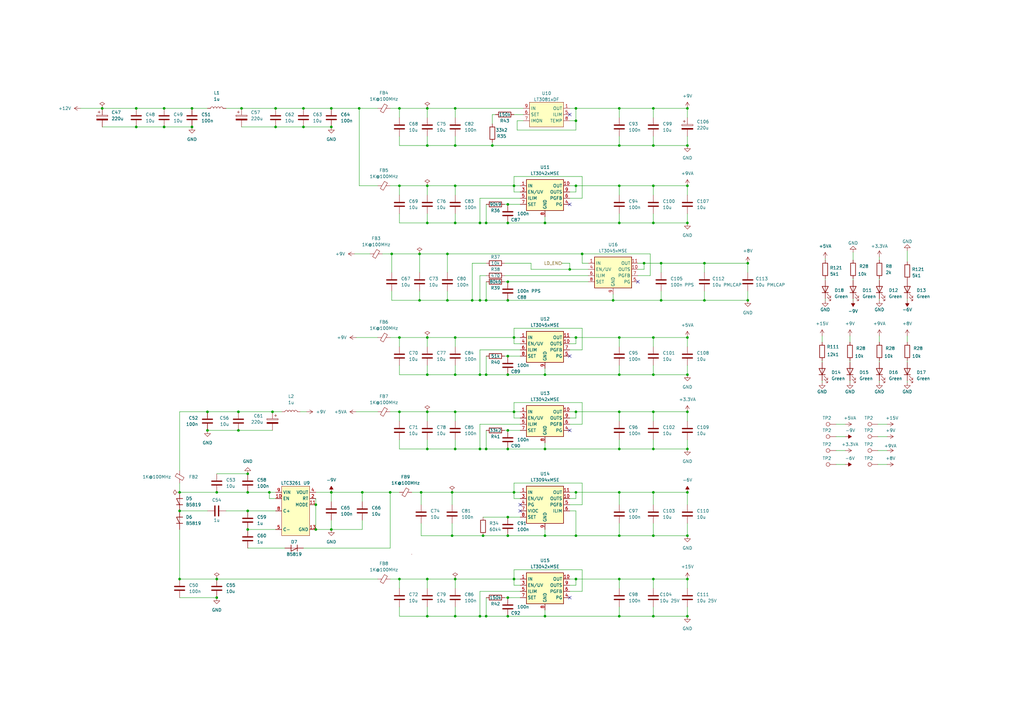
<source format=kicad_sch>
(kicad_sch (version 20230121) (generator eeschema)
  (paper "A3")
  (title_block (title "analog supply") (date "2023-11-09") (rev "r0_3") (company "M-Labs Limited") (comment 1 "Linus Woo Chun Kit"))
  (junction (at 175.26 237.49))
  (junction (at 223.52 184.15))
  (junction (at 236.22 76.2))
  (junction (at 210.82 201.93))
  (junction (at 78.74 44.45))
  (junction (at 210.82 76.2))
  (junction (at 236.22 168.91))
  (junction (at 185.42 219.71))
  (junction (at 101.6 217.17))
  (junction (at 254 184.15))
  (junction (at 208.28 245.11))
  (junction (at 185.42 201.93))
  (junction (at 208.28 176.53))
  (junction (at 135.89 217.17))
  (junction (at 147.32 44.45))
  (junction (at 193.675 123.19))
  (junction (at 210.82 138.43))
  (junction (at 254 91.44))
  (junction (at 236.22 49.53))
  (junction (at 208.28 252.73))
  (junction (at 196.85 184.15))
  (junction (at 88.9 237.49))
  (junction (at 199.39 252.73))
  (junction (at 186.69 138.43))
  (junction (at 208.28 184.15))
  (junction (at 78.74 52.07))
  (junction (at 254 44.45))
  (junction (at 238.76 104.14))
  (junction (at 267.97 76.2))
  (junction (at 199.39 153.67))
  (junction (at 254 237.49))
  (junction (at 111.76 168.91))
  (junction (at 163.83 76.2))
  (junction (at 306.705 107.95))
  (junction (at 99.06 44.45))
  (junction (at 67.31 52.07))
  (junction (at 175.26 59.69))
  (junction (at 267.97 201.93))
  (junction (at 113.03 52.07))
  (junction (at 175.26 153.67))
  (junction (at 175.26 91.44))
  (junction (at 41.91 44.45))
  (junction (at 281.94 138.43))
  (junction (at 267.97 138.43))
  (junction (at 172.085 104.14))
  (junction (at 85.09 168.91))
  (junction (at 196.85 91.44))
  (junction (at 199.39 123.19))
  (junction (at 267.97 252.73))
  (junction (at 281.94 237.49))
  (junction (at 186.69 252.73))
  (junction (at 208.28 123.19))
  (junction (at 254 219.71))
  (junction (at 97.79 168.91))
  (junction (at 148.59 201.93))
  (junction (at 223.52 153.67))
  (junction (at 223.52 91.44))
  (junction (at 236.22 44.45))
  (junction (at 101.6 209.55))
  (junction (at 281.94 76.2))
  (junction (at 281.94 201.93))
  (junction (at 281.94 168.91))
  (junction (at 183.515 104.14))
  (junction (at 306.705 123.19))
  (junction (at 281.94 44.45))
  (junction (at 186.69 237.49))
  (junction (at 186.69 184.15))
  (junction (at 163.83 168.91))
  (junction (at 236.22 219.71))
  (junction (at 254 168.91))
  (junction (at 281.94 252.73))
  (junction (at 251.46 123.19))
  (junction (at 186.69 76.2))
  (junction (at 198.12 219.71))
  (junction (at 281.94 184.15))
  (junction (at 267.97 44.45))
  (junction (at 135.89 201.93))
  (junction (at 233.68 110.49))
  (junction (at 186.69 91.44))
  (junction (at 267.97 168.91))
  (junction (at 175.26 168.91))
  (junction (at 281.94 219.71))
  (junction (at 160.02 201.93))
  (junction (at 186.69 59.69))
  (junction (at 208.28 83.82))
  (junction (at 135.89 52.07))
  (junction (at 236.22 201.93))
  (junction (at 113.03 44.45))
  (junction (at 254 153.67))
  (junction (at 254 138.43))
  (junction (at 210.82 168.91))
  (junction (at 281.94 91.44))
  (junction (at 254 59.69))
  (junction (at 267.97 184.15))
  (junction (at 288.925 123.19))
  (junction (at 254 76.2))
  (junction (at 101.6 201.93))
  (junction (at 163.83 138.43))
  (junction (at 183.515 123.19))
  (junction (at 175.26 252.73))
  (junction (at 135.89 44.45))
  (junction (at 196.85 123.19))
  (junction (at 208.28 91.44))
  (junction (at 172.72 201.93))
  (junction (at 208.28 153.67))
  (junction (at 73.66 209.55))
  (junction (at 201.93 59.69))
  (junction (at 267.97 237.49))
  (junction (at 208.28 212.09))
  (junction (at 196.85 252.73))
  (junction (at 124.46 52.07))
  (junction (at 175.26 184.15))
  (junction (at 160.655 104.14))
  (junction (at 186.69 153.67))
  (junction (at 88.9 201.93))
  (junction (at 254 201.93))
  (junction (at 85.09 176.53))
  (junction (at 110.49 201.93))
  (junction (at 208.28 115.57))
  (junction (at 264.16 107.95))
  (junction (at 267.97 219.71))
  (junction (at 208.28 146.05))
  (junction (at 223.52 252.73))
  (junction (at 73.66 201.93))
  (junction (at 172.085 123.19))
  (junction (at 281.94 59.69))
  (junction (at 97.79 176.53))
  (junction (at 267.97 59.69))
  (junction (at 55.88 52.07))
  (junction (at 236.22 237.49))
  (junction (at 281.94 153.67))
  (junction (at 223.52 219.71))
  (junction (at 208.28 219.71))
  (junction (at 288.925 107.95))
  (junction (at 175.26 76.2))
  (junction (at 175.26 138.43))
  (junction (at 163.83 44.45))
  (junction (at 199.39 184.15))
  (junction (at 101.6 194.31))
  (junction (at 88.9 245.11))
  (junction (at 267.97 91.44))
  (junction (at 271.145 123.19))
  (junction (at 175.26 44.45))
  (junction (at 210.82 237.49))
  (junction (at 254 252.73))
  (junction (at 73.66 237.49))
  (junction (at 163.83 237.49))
  (junction (at 186.69 168.91))
  (junction (at 129.54 207.01))
  (junction (at 67.31 44.45))
  (junction (at 267.97 153.67))
  (junction (at 124.46 44.45))
  (junction (at 55.88 44.45))
  (junction (at 186.69 44.45))
  (junction (at 271.145 107.95))
  (junction (at 129.54 217.17))
  (junction (at 236.22 138.43))
  (junction (at 199.39 91.44))
  (junction (at 196.85 153.67))
  (no_connect (at 233.68 176.53))
  (no_connect (at 233.68 245.11))
  (no_connect (at 261.62 115.57))
  (no_connect (at 233.68 46.99))
  (no_connect (at 213.36 209.55))
  (no_connect (at 213.36 207.01))
  (no_connect (at 233.68 83.82))
  (no_connect (at 233.68 146.05))
  (wire (pts (xy 88.9 201.93) (xy 101.6 201.93)))
  (wire (pts (xy 207.01 176.53) (xy 208.28 176.53)))
  (wire (pts (xy 267.97 214.63) (xy 267.97 219.71)))
  (wire (pts (xy 267.97 153.67) (xy 267.97 149.86)))
  (wire (pts (xy 196.85 81.28) (xy 196.85 91.44)))
  (wire (pts (xy 175.26 241.3) (xy 175.26 237.49)))
  (wire (pts (xy 160.02 237.49) (xy 163.83 237.49)))
  (wire (pts (xy 254 237.49) (xy 254 241.3)))
  (wire (pts (xy 233.68 140.97) (xy 236.22 140.97)))
  (wire (pts (xy 148.59 201.93) (xy 148.59 205.74)))
  (wire (pts (xy 281.94 252.73) (xy 281.94 248.92)))
  (wire (pts (xy 271.145 107.95) (xy 271.145 111.76)))
  (wire (pts (xy 135.89 213.36) (xy 135.89 217.17)))
  (wire (pts (xy 163.83 252.73) (xy 163.83 248.92)))
  (wire (pts (xy 208.28 176.53) (xy 213.36 176.53)))
  (wire (pts (xy 349.885 106.68) (xy 349.885 103.505)))
  (wire (pts (xy 124.46 44.45) (xy 135.89 44.45)))
  (wire (pts (xy 135.89 217.17) (xy 129.54 217.17)))
  (wire (pts (xy 201.93 58.42) (xy 201.93 59.69)))
  (wire (pts (xy 196.85 91.44) (xy 199.39 91.44)))
  (wire (pts (xy 288.925 107.95) (xy 288.925 111.76)))
  (wire (pts (xy 342.9 179.07) (xy 346.71 179.07)))
  (wire (pts (xy 267.97 252.73) (xy 281.94 252.73)))
  (wire (pts (xy 156.845 104.14) (xy 160.655 104.14)))
  (wire (pts (xy 186.69 172.72) (xy 186.69 168.91)))
  (wire (pts (xy 196.85 113.03) (xy 199.39 113.03)))
  (wire (pts (xy 236.22 219.71) (xy 223.52 219.71)))
  (wire (pts (xy 172.085 123.19) (xy 183.515 123.19)))
  (wire (pts (xy 175.26 252.73) (xy 175.26 248.92)))
  (wire (pts (xy 183.515 123.19) (xy 193.675 123.19)))
  (wire (pts (xy 185.42 219.71) (xy 198.12 219.71)))
  (wire (pts (xy 201.93 50.8) (xy 201.93 46.99)))
  (wire (pts (xy 267.97 153.67) (xy 281.94 153.67)))
  (wire (pts (xy 85.09 176.53) (xy 97.79 176.53)))
  (wire (pts (xy 207.01 115.57) (xy 208.28 115.57)))
  (wire (pts (xy 172.085 123.19) (xy 172.085 119.38)))
  (wire (pts (xy 210.82 76.2) (xy 213.36 76.2)))
  (wire (pts (xy 85.09 168.91) (xy 97.79 168.91)))
  (wire (pts (xy 342.9 184.785) (xy 346.71 184.785)))
  (wire (pts (xy 163.83 59.69) (xy 175.26 59.69)))
  (wire (pts (xy 210.82 237.49) (xy 213.36 237.49)))
  (wire (pts (xy 254 219.71) (xy 254 214.63)))
  (wire (pts (xy 199.39 184.15) (xy 208.28 184.15)))
  (wire (pts (xy 129.54 201.93) (xy 135.89 201.93)))
  (wire (pts (xy 175.26 142.24) (xy 175.26 138.43)))
  (wire (pts (xy 337.185 137.795) (xy 337.185 140.335)))
  (wire (pts (xy 199.39 252.73) (xy 208.28 252.73)))
  (wire (pts (xy 186.69 80.01) (xy 186.69 76.2)))
  (wire (pts (xy 199.39 245.11) (xy 199.39 252.73)))
  (wire (pts (xy 172.72 214.63) (xy 172.72 219.71)))
  (wire (pts (xy 92.71 209.55) (xy 101.6 209.55)))
  (wire (pts (xy 183.515 104.14) (xy 238.76 104.14)))
  (wire (pts (xy 208.28 184.15) (xy 223.52 184.15)))
  (wire (pts (xy 175.26 184.15) (xy 186.69 184.15)))
  (wire (pts (xy 208.28 91.44) (xy 223.52 91.44)))
  (wire (pts (xy 213.36 204.47) (xy 210.82 204.47)))
  (wire (pts (xy 135.89 44.45) (xy 147.32 44.45)))
  (wire (pts (xy 254 219.71) (xy 267.97 219.71)))
  (wire (pts (xy 208.28 115.57) (xy 241.3 115.57)))
  (wire (pts (xy 163.83 252.73) (xy 175.26 252.73)))
  (wire (pts (xy 185.42 201.93) (xy 210.82 201.93)))
  (wire (pts (xy 186.69 168.91) (xy 210.82 168.91)))
  (wire (pts (xy 199.39 115.57) (xy 199.39 123.19)))
  (wire (pts (xy 175.26 76.2) (xy 186.69 76.2)))
  (wire (pts (xy 186.69 91.44) (xy 186.69 87.63)))
  (wire (pts (xy 199.39 146.05) (xy 199.39 153.67)))
  (wire (pts (xy 254 153.67) (xy 254 149.86)))
  (wire (pts (xy 238.76 134.62) (xy 210.82 134.62)))
  (wire (pts (xy 199.39 153.67) (xy 208.28 153.67)))
  (wire (pts (xy 172.72 219.71) (xy 185.42 219.71)))
  (wire (pts (xy 223.52 91.44) (xy 254 91.44)))
  (wire (pts (xy 236.22 240.03) (xy 236.22 237.49)))
  (wire (pts (xy 101.6 224.79) (xy 116.84 224.79)))
  (wire (pts (xy 198.12 219.71) (xy 208.28 219.71)))
  (wire (pts (xy 254 184.15) (xy 254 180.34)))
  (wire (pts (xy 210.82 140.97) (xy 210.82 138.43)))
  (wire (pts (xy 55.88 52.07) (xy 67.31 52.07)))
  (wire (pts (xy 196.85 81.28) (xy 213.36 81.28)))
  (wire (pts (xy 267.97 59.69) (xy 254 59.69)))
  (wire (pts (xy 212.09 49.53) (xy 214.63 49.53)))
  (wire (pts (xy 271.145 107.95) (xy 288.925 107.95)))
  (wire (pts (xy 267.97 91.44) (xy 267.97 87.63)))
  (wire (pts (xy 223.52 250.19) (xy 223.52 252.73)))
  (wire (pts (xy 271.145 123.19) (xy 271.145 119.38)))
  (wire (pts (xy 254 201.93) (xy 267.97 201.93)))
  (wire (pts (xy 372.11 140.335) (xy 372.11 137.795)))
  (wire (pts (xy 360.68 114.3) (xy 360.68 114.935)))
  (wire (pts (xy 186.69 44.45) (xy 214.63 44.45)))
  (wire (pts (xy 196.85 173.99) (xy 213.36 173.99)))
  (wire (pts (xy 360.045 184.785) (xy 363.855 184.785)))
  (wire (pts (xy 175.26 184.15) (xy 175.26 180.34)))
  (wire (pts (xy 261.62 113.03) (xy 266.7 113.03)))
  (wire (pts (xy 238.76 107.95) (xy 241.3 107.95)))
  (wire (pts (xy 186.69 241.3) (xy 186.69 237.49)))
  (wire (pts (xy 254 237.49) (xy 267.97 237.49)))
  (wire (pts (xy 146.05 168.91) (xy 154.94 168.91)))
  (wire (pts (xy 236.22 237.49) (xy 254 237.49)))
  (wire (pts (xy 210.82 201.93) (xy 213.36 201.93)))
  (wire (pts (xy 236.22 44.45) (xy 236.22 49.53)))
  (wire (pts (xy 207.01 245.11) (xy 208.28 245.11)))
  (wire (pts (xy 210.82 78.74) (xy 210.82 76.2)))
  (wire (pts (xy 196.85 252.73) (xy 199.39 252.73)))
  (wire (pts (xy 186.69 153.67) (xy 196.85 153.67)))
  (wire (pts (xy 236.22 219.71) (xy 254 219.71)))
  (wire (pts (xy 210.82 138.43) (xy 213.36 138.43)))
  (wire (pts (xy 73.66 198.12) (xy 73.66 201.93)))
  (wire (pts (xy 337.185 148.59) (xy 337.185 147.955)))
  (wire (pts (xy 238.76 173.99) (xy 238.76 165.1)))
  (wire (pts (xy 175.26 172.72) (xy 175.26 168.91)))
  (wire (pts (xy 113.03 52.07) (xy 124.46 52.07)))
  (wire (pts (xy 73.66 237.49) (xy 73.66 217.17)))
  (wire (pts (xy 238.76 165.1) (xy 210.82 165.1)))
  (wire (pts (xy 208.28 123.19) (xy 251.46 123.19)))
  (wire (pts (xy 199.39 107.95) (xy 193.675 107.95)))
  (wire (pts (xy 113.03 44.45) (xy 124.46 44.45)))
  (wire (pts (xy 281.94 76.2) (xy 281.94 80.01)))
  (wire (pts (xy 163.83 172.72) (xy 163.83 168.91)))
  (wire (pts (xy 281.94 184.15) (xy 281.94 180.34)))
  (wire (pts (xy 201.93 46.99) (xy 203.2 46.99)))
  (wire (pts (xy 266.7 104.14) (xy 238.76 104.14)))
  (wire (pts (xy 210.82 240.03) (xy 210.82 237.49)))
  (wire (pts (xy 281.94 168.91) (xy 281.94 172.72)))
  (wire (pts (xy 160.655 104.14) (xy 172.085 104.14)))
  (wire (pts (xy 233.68 143.51) (xy 238.76 143.51)))
  (wire (pts (xy 254 48.26) (xy 254 44.45)))
  (wire (pts (xy 196.85 113.03) (xy 196.85 123.19)))
  (wire (pts (xy 236.22 201.93) (xy 254 201.93)))
  (wire (pts (xy 73.66 237.49) (xy 88.9 237.49)))
  (wire (pts (xy 175.26 168.91) (xy 186.69 168.91)))
  (wire (pts (xy 233.68 240.03) (xy 236.22 240.03)))
  (wire (pts (xy 201.93 59.69) (xy 254 59.69)))
  (wire (pts (xy 175.26 44.45) (xy 186.69 44.45)))
  (wire (pts (xy 160.02 44.45) (xy 163.83 44.45)))
  (wire (pts (xy 124.46 52.07) (xy 135.89 52.07)))
  (wire (pts (xy 236.22 138.43) (xy 254 138.43)))
  (wire (pts (xy 110.49 201.93) (xy 113.03 201.93)))
  (wire (pts (xy 360.045 179.07) (xy 363.855 179.07)))
  (wire (pts (xy 233.68 173.99) (xy 238.76 173.99)))
  (wire (pts (xy 217.805 107.95) (xy 217.805 110.49)))
  (wire (pts (xy 210.82 134.62) (xy 210.82 138.43)))
  (wire (pts (xy 267.97 76.2) (xy 267.97 80.01)))
  (wire (pts (xy 267.97 138.43) (xy 281.94 138.43)))
  (wire (pts (xy 254 44.45) (xy 267.97 44.45)))
  (wire (pts (xy 254 91.44) (xy 267.97 91.44)))
  (wire (pts (xy 288.925 123.19) (xy 288.925 119.38)))
  (wire (pts (xy 266.7 113.03) (xy 266.7 104.14)))
  (wire (pts (xy 223.52 151.13) (xy 223.52 153.67)))
  (wire (pts (xy 233.68 110.49) (xy 241.3 110.49)))
  (wire (pts (xy 233.68 138.43) (xy 236.22 138.43)))
  (wire (pts (xy 163.83 59.69) (xy 163.83 55.88)))
  (wire (pts (xy 233.68 81.28) (xy 238.76 81.28)))
  (wire (pts (xy 196.85 153.67) (xy 199.39 153.67)))
  (wire (pts (xy 160.655 123.19) (xy 172.085 123.19)))
  (wire (pts (xy 223.52 181.61) (xy 223.52 184.15)))
  (wire (pts (xy 113.03 204.47) (xy 110.49 204.47)))
  (wire (pts (xy 73.66 245.11) (xy 88.9 245.11)))
  (wire (pts (xy 186.69 59.69) (xy 201.93 59.69)))
  (wire (pts (xy 186.69 153.67) (xy 186.69 149.86)))
  (wire (pts (xy 183.515 123.19) (xy 183.515 119.38)))
  (wire (pts (xy 233.68 76.2) (xy 236.22 76.2)))
  (wire (pts (xy 185.42 214.63) (xy 185.42 219.71)))
  (wire (pts (xy 208.28 252.73) (xy 223.52 252.73)))
  (wire (pts (xy 348.615 148.59) (xy 348.615 147.955)))
  (wire (pts (xy 175.26 252.73) (xy 186.69 252.73)))
  (wire (pts (xy 168.91 201.93) (xy 172.72 201.93)))
  (wire (pts (xy 186.69 48.26) (xy 186.69 44.45)))
  (wire (pts (xy 135.89 201.93) (xy 148.59 201.93)))
  (wire (pts (xy 115.57 168.91) (xy 111.76 168.91)))
  (wire (pts (xy 123.19 168.91) (xy 125.73 168.91)))
  (wire (pts (xy 267.97 44.45) (xy 281.94 44.45)))
  (wire (pts (xy 199.39 176.53) (xy 199.39 184.15)))
  (wire (pts (xy 254 168.91) (xy 254 172.72)))
  (wire (pts (xy 254 201.93) (xy 254 207.01)))
  (wire (pts (xy 185.42 201.93) (xy 185.42 207.01)))
  (wire (pts (xy 135.89 201.93) (xy 135.89 205.74)))
  (wire (pts (xy 213.36 78.74) (xy 210.82 78.74)))
  (wire (pts (xy 267.97 48.26) (xy 267.97 44.45)))
  (wire (pts (xy 163.83 237.49) (xy 175.26 237.49)))
  (wire (pts (xy 196.85 143.51) (xy 213.36 143.51)))
  (wire (pts (xy 186.69 252.73) (xy 186.69 248.92)))
  (wire (pts (xy 175.26 153.67) (xy 175.26 149.86)))
  (wire (pts (xy 233.68 168.91) (xy 236.22 168.91)))
  (wire (pts (xy 212.09 49.53) (xy 212.09 53.34)))
  (wire (pts (xy 372.11 102.87) (xy 372.11 107.315)))
  (wire (pts (xy 186.69 138.43) (xy 210.82 138.43)))
  (wire (pts (xy 236.22 49.53) (xy 233.68 49.53)))
  (wire (pts (xy 271.145 123.19) (xy 288.925 123.19)))
  (wire (pts (xy 338.455 114.935) (xy 338.455 114.3)))
  (wire (pts (xy 233.68 171.45) (xy 236.22 171.45)))
  (wire (pts (xy 254 91.44) (xy 254 87.63)))
  (wire (pts (xy 238.76 81.28) (xy 238.76 72.39)))
  (wire (pts (xy 213.36 240.03) (xy 210.82 240.03)))
  (wire (pts (xy 236.22 209.55) (xy 236.22 219.71)))
  (wire (pts (xy 163.83 80.01) (xy 163.83 76.2)))
  (wire (pts (xy 254 153.67) (xy 267.97 153.67)))
  (wire (pts (xy 101.6 217.17) (xy 113.03 217.17)))
  (wire (pts (xy 163.83 241.3) (xy 163.83 237.49)))
  (wire (pts (xy 233.68 242.57) (xy 238.76 242.57)))
  (wire (pts (xy 236.22 168.91) (xy 254 168.91)))
  (wire (pts (xy 223.52 219.71) (xy 223.52 217.17)))
  (wire (pts (xy 160.02 224.79) (xy 160.02 201.93)))
  (wire (pts (xy 163.83 48.26) (xy 163.83 44.45)))
  (wire (pts (xy 236.22 53.34) (xy 236.22 49.53)))
  (wire (pts (xy 78.74 44.45) (xy 85.09 44.45)))
  (wire (pts (xy 267.97 201.93) (xy 281.94 201.93)))
  (wire (pts (xy 148.59 217.17) (xy 135.89 217.17)))
  (wire (pts (xy 92.71 44.45) (xy 99.06 44.45)))
  (wire (pts (xy 338.455 106.045) (xy 338.455 106.68)))
  (wire (pts (xy 281.94 44.45) (xy 281.94 48.26)))
  (wire (pts (xy 175.26 48.26) (xy 175.26 44.45)))
  (wire (pts (xy 163.83 153.67) (xy 175.26 153.67)))
  (wire (pts (xy 175.26 153.67) (xy 186.69 153.67)))
  (wire (pts (xy 160.02 201.93) (xy 163.83 201.93)))
  (wire (pts (xy 267.97 237.49) (xy 281.94 237.49)))
  (wire (pts (xy 172.085 111.76) (xy 172.085 104.14)))
  (wire (pts (xy 207.01 107.95) (xy 217.805 107.95)))
  (wire (pts (xy 110.49 204.47) (xy 110.49 201.93)))
  (wire (pts (xy 175.26 59.69) (xy 175.26 55.88)))
  (wire (pts (xy 210.82 168.91) (xy 213.36 168.91)))
  (wire (pts (xy 267.97 201.93) (xy 267.97 207.01)))
  (wire (pts (xy 198.12 212.09) (xy 208.28 212.09)))
  (wire (pts (xy 342.9 190.5) (xy 346.71 190.5)))
  (wire (pts (xy 254 252.73) (xy 254 248.92)))
  (wire (pts (xy 233.68 78.74) (xy 236.22 78.74)))
  (wire (pts (xy 172.72 201.93) (xy 172.72 207.01)))
  (wire (pts (xy 33.02 44.45) (xy 41.91 44.45)))
  (wire (pts (xy 238.76 72.39) (xy 210.82 72.39)))
  (wire (pts (xy 199.39 123.19) (xy 208.28 123.19)))
  (wire (pts (xy 254 252.73) (xy 267.97 252.73)))
  (wire (pts (xy 264.16 107.95) (xy 271.145 107.95)))
  (wire (pts (xy 236.22 140.97) (xy 236.22 138.43)))
  (wire (pts (xy 129.54 207.01) (xy 129.54 217.17)))
  (wire (pts (xy 267.97 252.73) (xy 267.97 248.92)))
  (wire (pts (xy 261.62 110.49) (xy 264.16 110.49)))
  (wire (pts (xy 41.91 44.45) (xy 55.88 44.45)))
  (wire (pts (xy 186.69 59.69) (xy 186.69 55.88)))
  (wire (pts (xy 163.83 76.2) (xy 175.26 76.2)))
  (wire (pts (xy 154.94 76.2) (xy 147.32 76.2)))
  (wire (pts (xy 254 55.88) (xy 254 59.69)))
  (wire (pts (xy 163.83 153.67) (xy 163.83 149.86)))
  (wire (pts (xy 288.925 123.19) (xy 306.705 123.19)))
  (wire (pts (xy 172.085 104.14) (xy 183.515 104.14)))
  (wire (pts (xy 196.85 242.57) (xy 196.85 252.73)))
  (wire (pts (xy 267.97 91.44) (xy 281.94 91.44)))
  (wire (pts (xy 360.045 173.99) (xy 363.855 173.99)))
  (wire (pts (xy 73.66 209.55) (xy 85.09 209.55)))
  (wire (pts (xy 186.69 237.49) (xy 210.82 237.49)))
  (wire (pts (xy 101.6 201.93) (xy 110.49 201.93)))
  (wire (pts (xy 99.06 44.45) (xy 113.03 44.45)))
  (wire (pts (xy 186.69 184.15) (xy 186.69 180.34)))
  (wire (pts (xy 264.16 110.49) (xy 264.16 107.95)))
  (wire (pts (xy 73.66 168.91) (xy 73.66 193.04)))
  (wire (pts (xy 210.82 46.99) (xy 214.63 46.99)))
  (wire (pts (xy 147.32 44.45) (xy 147.32 76.2)))
  (wire (pts (xy 145.415 104.14) (xy 151.765 104.14)))
  (wire (pts (xy 349.885 114.935) (xy 349.885 114.3)))
  (wire (pts (xy 175.26 91.44) (xy 186.69 91.44)))
  (wire (pts (xy 261.62 107.95) (xy 264.16 107.95)))
  (wire (pts (xy 210.82 72.39) (xy 210.82 76.2)))
  (wire (pts (xy 254 76.2) (xy 267.97 76.2)))
  (wire (pts (xy 233.68 237.49) (xy 236.22 237.49)))
  (wire (pts (xy 193.675 123.19) (xy 196.85 123.19)))
  (wire (pts (xy 196.85 123.19) (xy 199.39 123.19)))
  (wire (pts (xy 238.76 198.12) (xy 210.82 198.12)))
  (wire (pts (xy 233.68 44.45) (xy 236.22 44.45)))
  (wire (pts (xy 146.05 138.43) (xy 154.94 138.43)))
  (wire (pts (xy 196.85 143.51) (xy 196.85 153.67)))
  (wire (pts (xy 281.94 91.44) (xy 281.94 87.63)))
  (wire (pts (xy 41.91 52.07) (xy 55.88 52.07)))
  (wire (pts (xy 338.455 123.19) (xy 338.455 122.555)))
  (wire (pts (xy 196.85 173.99) (xy 196.85 184.15)))
  (wire (pts (xy 281.94 138.43) (xy 281.94 142.24)))
  (wire (pts (xy 281.94 153.67) (xy 281.94 149.86)))
  (wire (pts (xy 233.68 204.47) (xy 236.22 204.47)))
  (wire (pts (xy 199.39 91.44) (xy 208.28 91.44)))
  (wire (pts (xy 230.505 107.95) (xy 233.68 107.95)))
  (wire (pts (xy 238.76 207.01) (xy 238.76 198.12)))
  (wire (pts (xy 372.11 122.555) (xy 372.11 123.19)))
  (wire (pts (xy 163.83 168.91) (xy 175.26 168.91)))
  (wire (pts (xy 236.22 78.74) (xy 236.22 76.2)))
  (wire (pts (xy 207.01 146.05) (xy 208.28 146.05)))
  (wire (pts (xy 196.85 184.15) (xy 199.39 184.15)))
  (wire (pts (xy 233.68 107.95) (xy 233.68 110.49)))
  (wire (pts (xy 212.09 53.34) (xy 236.22 53.34)))
  (wire (pts (xy 196.85 242.57) (xy 213.36 242.57)))
  (wire (pts (xy 208.28 153.67) (xy 223.52 153.67)))
  (wire (pts (xy 210.82 171.45) (xy 210.82 168.91)))
  (wire (pts (xy 186.69 76.2) (xy 210.82 76.2)))
  (wire (pts (xy 210.82 198.12) (xy 210.82 201.93)))
  (wire (pts (xy 147.32 44.45) (xy 154.94 44.45)))
  (wire (pts (xy 213.36 140.97) (xy 210.82 140.97)))
  (wire (pts (xy 238.76 242.57) (xy 238.76 233.68)))
  (wire (pts (xy 88.9 194.31) (xy 101.6 194.31)))
  (wire (pts (xy 306.705 123.19) (xy 306.705 119.38)))
  (wire (pts (xy 267.97 168.91) (xy 267.97 172.72)))
  (wire (pts (xy 267.97 76.2) (xy 281.94 76.2)))
  (wire (pts (xy 186.69 142.24) (xy 186.69 138.43)))
  (wire (pts (xy 281.94 55.88) (xy 281.94 59.69)))
  (wire (pts (xy 67.31 52.07) (xy 78.74 52.07)))
  (wire (pts (xy 210.82 204.47) (xy 210.82 201.93)))
  (wire (pts (xy 360.68 156.845) (xy 360.68 156.21)))
  (wire (pts (xy 372.11 148.59) (xy 372.11 147.955)))
  (wire (pts (xy 342.9 173.99) (xy 346.71 173.99)))
  (wire (pts (xy 238.76 233.68) (xy 210.82 233.68)))
  (wire (pts (xy 254 138.43) (xy 267.97 138.43)))
  (wire (pts (xy 251.46 120.65) (xy 251.46 123.19)))
  (wire (pts (xy 267.97 219.71) (xy 281.94 219.71)))
  (wire (pts (xy 208.28 245.11) (xy 213.36 245.11)))
  (wire (pts (xy 223.52 88.9) (xy 223.52 91.44)))
  (wire (pts (xy 73.66 168.91) (xy 85.09 168.91)))
  (wire (pts (xy 360.68 106.68) (xy 360.68 105.41)))
  (wire (pts (xy 267.97 237.49) (xy 267.97 241.3)))
  (wire (pts (xy 254 184.15) (xy 267.97 184.15)))
  (wire (pts (xy 360.045 190.5) (xy 363.855 190.5)))
  (wire (pts (xy 236.22 171.45) (xy 236.22 168.91)))
  (wire (pts (xy 210.82 233.68) (xy 210.82 237.49)))
  (wire (pts (xy 160.655 111.76) (xy 160.655 104.14)))
  (wire (pts (xy 372.11 156.845) (xy 372.11 156.21)))
  (wire (pts (xy 55.88 44.45) (xy 67.31 44.45)))
  (wire (pts (xy 199.39 83.82) (xy 199.39 91.44)))
  (wire (pts (xy 160.02 168.91) (xy 163.83 168.91)))
  (wire (pts (xy 124.46 224.79) (xy 160.02 224.79)))
  (wire (pts (xy 254 138.43) (xy 254 142.24)))
  (wire (pts (xy 208.28 212.09) (xy 213.36 212.09)))
  (wire (pts (xy 210.82 165.1) (xy 210.82 168.91)))
  (wire (pts (xy 288.925 107.95) (xy 306.705 107.95)))
  (wire (pts (xy 160.02 76.2) (xy 163.83 76.2)))
  (wire (pts (xy 160.655 123.19) (xy 160.655 119.38)))
  (wire (pts (xy 67.31 44.45) (xy 78.74 44.45)))
  (wire (pts (xy 175.26 59.69) (xy 186.69 59.69)))
  (wire (pts (xy 163.83 184.15) (xy 175.26 184.15)))
  (wire (pts (xy 208.28 146.05) (xy 213.36 146.05)))
  (wire (pts (xy 175.26 237.49) (xy 186.69 237.49)))
  (wire (pts (xy 254 168.91) (xy 267.97 168.91)))
  (wire (pts (xy 111.76 168.91) (xy 97.79 168.91)))
  (wire (pts (xy 348.615 140.335) (xy 348.615 137.795)))
  (wire (pts (xy 183.515 111.76) (xy 183.515 104.14)))
  (wire (pts (xy 160.02 201.93) (xy 148.59 201.93)))
  (wire (pts (xy 348.615 156.21) (xy 348.615 156.845)))
  (wire (pts (xy 172.72 201.93) (xy 185.42 201.93)))
  (wire (pts (xy 175.26 91.44) (xy 175.26 87.63)))
  (wire (pts (xy 281.94 201.93) (xy 281.94 207.01)))
  (wire (pts (xy 99.06 52.07) (xy 113.03 52.07)))
  (wire (pts (xy 101.6 209.55) (xy 113.03 209.55)))
  (wire (pts (xy 223.52 153.67) (xy 254 153.67)))
  (wire (pts (xy 238.76 143.51) (xy 238.76 134.62)))
  (wire (pts (xy 73.66 201.93) (xy 88.9 201.93)))
  (wire (pts (xy 175.26 138.43) (xy 186.69 138.43)))
  (wire (pts (xy 360.68 148.59) (xy 360.68 147.955)))
  (wire (pts (xy 267.97 168.91) (xy 281.94 168.91)))
  (wire (pts (xy 233.68 207.01) (xy 238.76 207.01)))
  (wire (pts (xy 163.83 91.44) (xy 175.26 91.44)))
  (wire (pts (xy 236.22 76.2) (xy 254 76.2)))
  (wire (pts (xy 236.22 204.47) (xy 236.22 201.93)))
  (wire (pts (xy 193.675 107.95) (xy 193.675 123.19)))
  (wire (pts (xy 236.22 44.45) (xy 254 44.45)))
  (wire (pts (xy 160.02 138.43) (xy 163.83 138.43)))
  (wire (pts (xy 208.28 219.71) (xy 223.52 219.71)))
  (wire (pts (xy 236.22 209.55) (xy 233.68 209.55)))
  (wire (pts (xy 111.76 176.53) (xy 97.79 176.53)))
  (wire (pts (xy 186.69 184.15) (xy 196.85 184.15)))
  (wire (pts (xy 337.185 156.21) (xy 337.185 156.845)))
  (wire (pts (xy 267.97 184.15) (xy 267.97 180.34)))
  (wire (pts (xy 207.01 83.82) (xy 208.28 83.82)))
  (wire (pts (xy 267.97 138.43) (xy 267.97 142.24)))
  (wire (pts (xy 217.805 110.49) (xy 233.68 110.49)))
  (wire (pts (xy 213.36 171.45) (xy 210.82 171.45)))
  (wire (pts (xy 349.885 122.555) (xy 349.885 123.19)))
  (wire (pts (xy 360.68 140.335) (xy 360.68 137.795)))
  (wire (pts (xy 233.68 201.93) (xy 236.22 201.93)))
  (wire (pts (xy 254 76.2) (xy 254 80.01)))
  (wire (pts (xy 251.46 123.19) (xy 271.145 123.19)))
  (wire (pts (xy 163.83 44.45) (xy 175.26 44.45)))
  (wire (pts (xy 223.52 184.15) (xy 254 184.15)))
  (wire (pts (xy 163.83 138.43) (xy 175.26 138.43)))
  (wire (pts (xy 208.28 83.82) (xy 213.36 83.82)))
  (wire (pts (xy 186.69 91.44) (xy 196.85 91.44)))
  (wire (pts (xy 163.83 91.44) (xy 163.83 87.63)))
  (wire (pts (xy 306.705 107.95) (xy 306.705 111.76)))
  (wire (pts (xy 360.68 122.555) (xy 360.68 123.19)))
  (wire (pts (xy 281.94 237.49) (xy 281.94 241.3)))
  (wire (pts (xy 148.59 213.36) (xy 148.59 217.17)))
  (wire (pts (xy 267.97 55.88) (xy 267.97 59.69)))
  (wire (pts (xy 129.54 204.47) (xy 129.54 207.01)))
  (wire (pts (xy 267.97 59.69) (xy 281.94 59.69)))
  (wire (pts (xy 223.52 252.73) (xy 254 252.73)))
  (wire (pts (xy 186.69 252.73) (xy 196.85 252.73)))
  (wire (pts (xy 267.97 184.15) (xy 281.94 184.15)))
  (wire (pts (xy 238.76 104.14) (xy 238.76 107.95)))
  (wire (pts (xy 281.94 214.63) (xy 281.94 219.71)))
  (wire (pts (xy 175.26 80.01) (xy 175.26 76.2)))
  (wire (pts (xy 163.83 184.15) (xy 163.83 180.34)))
  (wire (pts (xy 88.9 237.49) (xy 154.94 237.49)))
  (wire (pts (xy 207.01 113.03) (xy 241.3 113.03)))
  (wire (pts (xy 163.83 142.24) (xy 163.83 138.43)))
  (hierarchical_label "LD_EN" (shape input) (at 230.505 107.95 180))
  (symbol (lib_id "Device:R") (at 198.12 215.9 0) (unit 1)
    (property "Reference" "R34" (at 200.66 214.6299 0) (effects (justify left)))
    (property "Value" "60k4" (at 200.66 217.1699 0) (effects (justify left)))
    (property "Footprint" "Resistor_SMD:R_0603_1608Metric" (effects hide))
    (property "MFR_PN" "RT0603FRE0760K4L" (effects hide))
    (property "MFR_PN_ALT" "RC0603FR-0760K4L" (effects hide))
  )
  (symbol (lib_id "Device:LED") (at 349.885 118.745 90) (unit 1)
    (property "Reference" "D11" (at 353.695 119.0625 90) (effects (justify right)))
    (property "Value" "Green" (at 353.695 121.6025 90) (effects (justify right)))
    (property "Footprint" "LED_SMD:LED_0603_1608Metric" (effects hide))
    (property "MFR_PN" "150060GS75000" (effects hide))
  )
  (symbol (lib_id "Device:LED") (at 372.11 152.4 90) (unit 1)
    (property "Reference" "D17" (at 375.92 152.7175 90) (effects (justify right)))
    (property "Value" "Green" (at 375.92 155.2575 90) (effects (justify right)))
    (property "Footprint" "LED_SMD:LED_0603_1608Metric" (effects hide))
    (property "MFR_PN" "150060GS75000" (effects hide))
  )
  (symbol (lib_id "Device:C") (at 85.09 172.72 0) (mirror y) (unit 1)
    (property "Reference" "C52" (at 81.28 171.4499 0) (effects (justify left)))
    (property "Value" "100n" (at 81.28 173.9899 0) (effects (justify left)))
    (property "Footprint" "Capacitor_SMD:C_0603_1608Metric" (effects hide))
    (property "MFR_PN" "CL10B104KB8NNWC" (effects hide))
    (property "MFR_PN_ALT" "CL10B104KB8NNNL" (effects hide))
  )
  (symbol (lib_id "Device:C") (at 254 83.82 0) (unit 1)
    (property "Reference" "C94" (at 257.81 82.5499 0) (effects (justify left)))
    (property "Value" "100n" (at 257.81 85.0899 0) (effects (justify left)))
    (property "Footprint" "Capacitor_SMD:C_0603_1608Metric" (effects hide))
    (property "MFR_PN" "CL10B104KB8NNWC" (effects hide))
    (property "MFR_PN_ALT" "CL10B104KB8NNNL" (effects hide))
  )
  (symbol (lib_id "power:+5VA") (at 281.94 138.43 0) (unit 1)
    (property "Reference" "#PWR089" (effects hide))
    (property "Value" "+5VA" (at 281.94 133.35 0))
  )
  (symbol (lib_id "Device:C") (at 101.6 213.36 0) (unit 1)
    (property "Reference" "C59" (at 105.41 212.0899 0) (effects (justify left)))
    (property "Value" "1u" (at 105.41 214.6299 0) (effects (justify left)))
    (property "Footprint" "Capacitor_SMD:C_0603_1608Metric" (effects hide))
    (property "MFR_PN" "CL10B105KA8NNNC" (effects hide))
    (property "MFR_PN_ALT" "CGA3E1X7R1E105K080AC" (effects hide))
  )
  (symbol (lib_id "power:PWR_FLAG") (at 175.26 76.2 0) (unit 1)
    (property "Reference" "#FLG010" (effects hide))
    (property "Value" "PWR_FLAG" (effects hide))
  )
  (symbol (lib_id "Device:C") (at 148.59 209.55 0) (unit 1)
    (property "Reference" "C66" (at 152.4 208.2799 0) (effects (justify left)))
    (property "Value" "10u" (at 152.4 210.8199 0) (effects (justify left)))
    (property "Footprint" "Capacitor_SMD:C_0805_2012Metric" (effects hide))
    (property "MFR_PN" "CL21B106KOQNNNG" (effects hide))
    (property "MFR_PN_ALT" "CL21B106KOQNNNE" (effects hide))
  )
  (symbol (lib_id "Device:R") (at 203.2 83.82 90) (unit 1)
    (property "Reference" "R36" (at 203.2 86.36 90))
    (property "Value" "90k9" (at 203.2 83.82 90))
    (property "Footprint" "Resistor_SMD:R_0603_1608Metric" (effects hide))
    (property "MFR_PN" "RT0603FRE0790K9L" (effects hide))
    (property "MFR_PN_ALT" "ERJ-UP3F9092V" (effects hide))
  )
  (symbol (lib_id "Device:R") (at 203.2 245.11 90) (unit 1)
    (property "Reference" "R42" (at 203.2 247.65 90))
    (property "Value" "150k" (at 203.2 245.11 90))
    (property "Footprint" "Resistor_SMD:R_0603_1608Metric" (effects hide))
    (property "MFR_PN" "CRGCQ0603F150K" (effects hide))
    (property "MFR_PN_ALT" "RMCF0603FG150K" (effects hide))
  )
  (symbol (lib_id "Device:C") (at 281.94 210.82 0) (unit 1)
    (property "Reference" "C110" (at 285.75 209.5499 0) (effects (justify left)))
    (property "Value" "10u" (at 285.75 212.0899 0) (effects (justify left)))
    (property "Footprint" "Capacitor_SMD:C_0805_2012Metric" (effects hide))
    (property "MFR_PN" "GRM21BZ71E106KE15K" (effects hide))
    (property "MFR_PN_ALT" "GRM21BZ71E106KE15L" (effects hide))
  )
  (symbol (lib_id "Device:C") (at 186.69 83.82 0) (unit 1)
    (property "Reference" "C83" (at 190.5 82.5499 0) (effects (justify left)))
    (property "Value" "100n" (at 190.5 85.0899 0) (effects (justify left)))
    (property "Footprint" "Capacitor_SMD:C_0603_1608Metric" (effects hide))
    (property "MFR_PN" "CL10B104KB8NNWC" (effects hide))
    (property "MFR_PN_ALT" "CL10B104KB8NNNL" (effects hide))
  )
  (symbol (lib_id "Device:C") (at 113.03 48.26 0) (unit 1)
    (property "Reference" "C62" (at 116.84 46.9899 0) (effects (justify left)))
    (property "Value" "10u" (at 116.84 49.5299 0) (effects (justify left)))
    (property "Footprint" "Capacitor_SMD:C_0805_2012Metric" (effects hide))
    (property "MFR_PN" "CL21B106KOQNNNG" (effects hide))
    (property "MFR_PN_ALT" "CL21B106KOQNNNE" (effects hide))
  )
  (symbol (lib_id "Device:R") (at 338.455 110.49 180) (unit 1)
    (property "Reference" "R121" (at 342.9 109.855 0))
    (property "Value" "5k1" (at 342.265 112.395 0))
    (property "Footprint" "Resistor_SMD:R_0603_1608Metric" (effects hide))
    (property "MFR_PN" "RMCF0603FT5K10" (effects hide))
    (property "MFR_PN_ALT" "CR0603-FX-5101ELF" (effects hide))
    (instances (project "kirdy" (path "" (reference "R121") (unit 1)) (path "" (reference "R126") (unit 1))))
  )
  (symbol (lib_id "power:+9VA") (at 363.855 184.785 270) (unit 1)
    (property "Reference" "#PWR0212" (effects hide))
    (property "Value" "+9VA" (at 362.585 182.88 90) (effects (justify left)))
  )
  (symbol (lib_id "power:GND") (at 349.885 103.505 180) (unit 1)
    (property "Reference" "#PWR0195" (effects hide))
    (property "Value" "GND" (at 349.885 99.695 0))
  )
  (symbol (lib_id "power:PWR_FLAG") (at 172.085 104.14 0) (unit 1)
    (property "Reference" "#FLG08" (effects hide))
    (property "Value" "PWR_FLAG" (effects hide))
  )
  (symbol (lib_id "power:GND") (at 337.185 156.845 0) (unit 1)
    (property "Reference" "#PWR0201" (effects hide))
    (property "Value" "GND" (at 337.185 160.655 0))
  )
  (symbol (lib_id "Device:FerriteBead_Small") (at 73.66 195.58 180) (unit 1)
    (property "Reference" "FB2" (at 77.47 195.58 0) (effects (justify right)))
    (property "Value" "1K@100MHz" (at 58.42 195.58 0) (effects (justify right)))
    (property "Footprint" "Inductor_SMD:L_1210_3225Metric" (effects hide))
    (property "MFR_PN" "FBMH3225HM102NT" (effects hide))
    (property "MFR_PN_ALT" "FBMH3225HM102NTV" (effects hide))
  )
  (symbol (lib_id "Device:C") (at 208.28 180.34 0) (unit 1)
    (property "Reference" "C90" (at 209.55 182.88 0) (effects (justify left)))
    (property "Value" "100n" (at 212.09 180.34 0) (effects (justify left)))
    (property "Footprint" "Capacitor_SMD:C_0603_1608Metric" (effects hide))
    (property "MFR_PN" "CL10B104KB8NNWC" (effects hide))
    (property "MFR_PN_ALT" "CL10B104KB8NNNL" (effects hide))
  )
  (symbol (lib_id "Device:C") (at 183.515 115.57 0) (unit 1)
    (property "Reference" "C80" (at 187.325 114.2999 0) (effects (justify left)))
    (property "Value" "100n" (at 187.325 116.8399 0) (effects (justify left)))
    (property "Footprint" "Capacitor_SMD:C_0603_1608Metric" (effects hide))
    (property "MFR_PN" "CL10B104KB8NNWC" (effects hide))
    (property "MFR_PN_ALT" "CL10B104KB8NNNL" (effects hide))
  )
  (symbol (lib_id "Device:C") (at 175.26 176.53 0) (unit 1)
    (property "Reference" "C78" (at 179.07 175.2599 0) (effects (justify left)))
    (property "Value" "10u" (at 179.07 177.7999 0) (effects (justify left)))
    (property "Footprint" "Capacitor_SMD:C_0805_2012Metric" (effects hide))
    (property "MFR_PN" "CL21B106KOQNNNG" (effects hide))
    (property "MFR_PN_ALT" "CL21B106KOQNNNE" (effects hide))
  )
  (symbol (lib_id "Device:C") (at 254 52.07 0) (unit 1)
    (property "Reference" "C93" (at 257.81 50.7999 0) (effects (justify left)))
    (property "Value" "100n" (at 257.81 53.3399 0) (effects (justify left)))
    (property "Footprint" "Capacitor_SMD:C_0603_1608Metric" (effects hide))
    (property "MFR_PN" "CL10B104KB8NNWC" (effects hide))
    (property "MFR_PN_ALT" "CL10B104KB8NNNL" (effects hide))
  )
  (symbol (lib_id "power:GND") (at 306.705 123.19 0) (unit 1)
    (property "Reference" "#PWR098" (effects hide))
    (property "Value" "GND" (at 306.705 128.27 0))
  )
  (symbol (lib_id "Device:C") (at 267.97 210.82 0) (unit 1)
    (property "Reference" "C103" (at 271.78 209.5499 0) (effects (justify left)))
    (property "Value" "10u" (at 271.78 212.0899 0) (effects (justify left)))
    (property "Footprint" "Capacitor_SMD:C_0805_2012Metric" (effects hide))
    (property "MFR_PN" "CL21B106KOQNNNG" (effects hide))
    (property "MFR_PN_ALT" "CL21B106KOQNNNE" (effects hide))
  )
  (symbol (lib_id "Device:C") (at 175.26 245.11 0) (unit 1)
    (property "Reference" "C79" (at 179.07 243.8399 0) (effects (justify left)))
    (property "Value" "10u" (at 179.07 246.3799 0) (effects (justify left)))
    (property "Footprint" "Capacitor_SMD:C_0805_2012Metric" (effects hide))
    (property "MFR_PN" "CL21B106KOQNNNG" (effects hide))
    (property "MFR_PN_ALT" "CL21B106KOQNNNE" (effects hide))
  )
  (symbol (lib_id "Device:R") (at 372.11 111.125 180) (unit 1)
    (property "Reference" "R121" (at 376.555 110.49 0))
    (property "Value" "5k1" (at 375.92 113.03 0))
    (property "Footprint" "Resistor_SMD:R_0603_1608Metric" (effects hide))
    (property "MFR_PN" "RMCF0603FT5K10" (effects hide))
    (property "MFR_PN_ALT" "CR0603-FX-5101ELF" (effects hide))
    (instances (project "kirdy" (path "" (reference "R121") (unit 1)) (path "" (reference "R130") (unit 1))))
  )
  (symbol (lib_id "Device:C") (at 186.69 245.11 0) (unit 1)
    (property "Reference" "C86" (at 190.5 243.8399 0) (effects (justify left)))
    (property "Value" "100n" (at 190.5 246.3799 0) (effects (justify left)))
    (property "Footprint" "Capacitor_SMD:C_0603_1608Metric" (effects hide))
    (property "MFR_PN" "CL10B104KB8NNWC" (effects hide))
    (property "MFR_PN_ALT" "CL10B104KB8NNNL" (effects hide))
  )
  (symbol (lib_id "power:+5VA") (at 338.455 106.045 0) (unit 1)
    (property "Reference" "#PWR0202" (effects hide))
    (property "Value" "+5VA" (at 338.455 100.965 0))
  )
  (symbol (lib_id "Device:LED") (at 360.68 152.4 90) (unit 1)
    (property "Reference" "D16" (at 364.49 152.7175 90) (effects (justify right)))
    (property "Value" "Green" (at 364.49 155.2575 90) (effects (justify right)))
    (property "Footprint" "LED_SMD:LED_0603_1608Metric" (effects hide))
    (property "MFR_PN" "150060GS75000" (effects hide))
  )
  (symbol (lib_id "Device:R") (at 203.2 146.05 90) (unit 1)
    (property "Reference" "R40" (at 203.2 148.59 90))
    (property "Value" "51k" (at 203.2 146.05 90))
    (property "Footprint" "Resistor_SMD:R_0603_1608Metric" (effects hide))
    (property "MFR_PN" "RMCF0603FT51K0" (effects hide))
    (property "MFR_PN_ALT" "CR0603-FX-5102ELF" (effects hide))
  )
  (symbol (lib_id "Device:C") (at 175.26 52.07 0) (unit 1)
    (property "Reference" "C75" (at 179.07 50.7999 0) (effects (justify left)))
    (property "Value" "10u" (at 179.07 53.3399 0) (effects (justify left)))
    (property "Footprint" "Capacitor_SMD:C_0805_2012Metric" (effects hide))
    (property "MFR_PN" "CL21B106KOQNNNG" (effects hide))
    (property "MFR_PN_ALT" "CL21B106KOQNNNE" (effects hide))
  )
  (symbol (lib_id "Device:L") (at 88.9 44.45 90) (unit 1)
    (property "Reference" "L1" (at 88.9 38.1 90))
    (property "Value" "1u" (at 88.9 40.64 90))
    (property "Footprint" "Inductor_SMD:L_1008_2520Metric" (effects hide))
    (property "MFR_PN" "DFE252012F-1R0M=P2" (effects hide))
    (property "MFR_PN_ALT" "DFE252012P-1R0M=P2" (effects hide))
  )
  (symbol (lib_id "Device:D_Shockley") (at 73.66 213.36 90) (unit 1)
    (property "Reference" "D6" (at 76.2 212.0899 90) (effects (justify right)))
    (property "Value" "B5819" (at 76.2 214.6299 90) (effects (justify right)))
    (property "Footprint" "Diode_SMD:D_SOD-323" (effects hide))
    (property "MFR_PN" "B5819WS-TP" (effects hide))
  )
  (symbol (lib_id "Device:C_Polarized") (at 281.94 52.07 0) (unit 1)
    (property "Reference" "C106" (at 285.75 49.9109 0) (effects (justify left)))
    (property "Value" "220u" (at 285.75 52.4509 0) (effects (justify left)))
    (property "Footprint" "Capacitor_Tantalum_SMD:CP_EIA-7343-15_Kemet-W" (effects hide))
    (property "MFR_PN" "T491D227K016AT" (effects hide))
    (property "MFR_PN_ALT" "293D227X9016E2TE3" (effects hide))
  )
  (symbol (lib_id "power:-9V") (at 135.89 201.93 0) (unit 1)
    (property "Reference" "#PWR080" (effects hide))
    (property "Value" "-9V" (at 135.89 196.85 0))
  )
  (symbol (lib_id "Device:FerriteBead_Small") (at 154.305 104.14 90) (unit 1)
    (property "Reference" "FB3" (at 154.2669 97.79 90))
    (property "Value" "1K@100MHz" (at 154.2669 100.33 90))
    (property "Footprint" "Inductor_SMD:L_1210_3225Metric" (effects hide))
    (property "MFR_PN" "FBMH3225HM102NT" (effects hide))
    (property "MFR_PN_ALT" "FBMH3225HM102NTV" (effects hide))
  )
  (symbol (lib_id "Device:C") (at 254 210.82 0) (unit 1)
    (property "Reference" "C97" (at 257.81 209.5499 0) (effects (justify left)))
    (property "Value" "100n" (at 257.81 212.0899 0) (effects (justify left)))
    (property "Footprint" "Capacitor_SMD:C_0603_1608Metric" (effects hide))
    (property "MFR_PN" "CL10B104KB8NNWC" (effects hide))
    (property "MFR_PN_ALT" "CL10B104KB8NNNL" (effects hide))
  )
  (symbol (lib_id "power:PWR_FLAG") (at 175.26 138.43 0) (unit 1)
    (property "Reference" "#FLG011" (effects hide))
    (property "Value" "PWR_FLAG" (effects hide))
  )
  (symbol (lib_id "power:GND") (at 281.94 91.44 0) (unit 1)
    (property "Reference" "#PWR088" (effects hide))
    (property "Value" "GND" (at 281.94 96.52 0))
  )
  (symbol (lib_id "power:+9V") (at 281.94 44.45 0) (unit 1)
    (property "Reference" "#PWR085" (effects hide))
    (property "Value" "+9V" (at 281.94 39.37 0))
  )
  (symbol (lib_id "power:PWR_FLAG") (at 185.42 201.93 0) (unit 1)
    (property "Reference" "#FLG013" (effects hide))
    (property "Value" "PWR_FLAG" (effects hide))
  )
  (symbol (lib_id "Device:FerriteBead_Small") (at 166.37 201.93 90) (unit 1)
    (property "Reference" "FB9" (at 166.3319 195.58 90))
    (property "Value" "1K@100MHz" (at 166.3319 198.12 90))
    (property "Footprint" "Inductor_SMD:L_1210_3225Metric" (effects hide))
    (property "MFR_PN" "FBMH3225HM102NT" (effects hide))
    (property "MFR_PN_ALT" "FBMH3225HM102NTV" (effects hide))
  )
  (symbol (lib_id "power:+3.3VA") (at 346.71 184.785 270) (unit 1)
    (property "Reference" "#PWR0209" (effects hide))
    (property "Value" "+3.3VA" (at 348.615 182.245 90))
  )
  (symbol (lib_id "Device:C") (at 208.28 119.38 0) (unit 1)
    (property "Reference" "C88" (at 212.09 121.92 0) (effects (justify left)))
    (property "Value" "100n PPS" (at 212.09 119.38 0) (effects (justify left)))
    (property "Footprint" "Capacitor_SMD:C_1210_3225Metric" (effects hide))
    (property "MFR_PN" "ECH-U1C104JX5" (effects hide))
  )
  (symbol (lib_id "Device:C") (at 281.94 245.11 0) (unit 1)
    (property "Reference" "C111" (at 285.75 243.84 0) (effects (justify left)))
    (property "Value" "10u 25V" (at 285.75 246.38 0) (effects (justify left)))
    (property "Footprint" "Capacitor_SMD:C_0805_2012Metric" (effects hide))
    (property "MFR_PN" "GRM21BZ71E106KE15K" (effects hide))
    (property "MFR_PN_ALT" "GRM21BZ71E106KE15L" (effects hide))
  )
  (symbol (lib_id "Connector:TestPoint") (at 342.9 173.99 90) (unit 1)
    (property "Reference" "TP2" (at 340.995 171.45 90) (effects (justify left)))
    (property "Value" "TestPoint" (effects hide))
    (property "Footprint" "TestPoint:TestPoint_Pad_1.0x1.0mm" (effects hide))
    (instances (project "kirdy" (path "" (reference "TP2") (unit 1)) (path "" (reference "TP4") (unit 1))))
  )
  (symbol (lib_id "Device:C") (at 135.89 48.26 0) (unit 1)
    (property "Reference" "C64" (at 139.7 46.9899 0) (effects (justify left)))
    (property "Value" "100n" (at 139.7 49.5299 0) (effects (justify left)))
    (property "Footprint" "Capacitor_SMD:C_0603_1608Metric" (effects hide))
    (property "MFR_PN" "CL10B104KB8NNWC" (effects hide))
    (property "MFR_PN_ALT" "CL10B104KB8NNNL" (effects hide))
  )
  (symbol (lib_id "power:GND") (at 372.11 102.87 180) (unit 1)
    (property "Reference" "#PWR0197" (effects hide))
    (property "Value" "GND" (at 372.11 99.06 0))
  )
  (symbol (lib_id "Device:C") (at 271.145 115.57 0) (unit 1)
    (property "Reference" "C105" (at 274.955 114.2999 0) (effects (justify left)))
    (property "Value" "100n PPS" (at 274.955 116.8399 0) (effects (justify left)))
    (property "Footprint" "Capacitor_SMD:C_1210_3225Metric" (effects hide))
    (property "MFR_PN" "ECH-U1C104JX5" (effects hide))
  )
  (symbol (lib_id "Device:C") (at 88.9 198.12 0) (unit 1)
    (property "Reference" "C53" (at 92.71 196.8499 0) (effects (justify left)))
    (property "Value" "10u" (at 92.71 199.3899 0) (effects (justify left)))
    (property "Footprint" "Capacitor_SMD:C_0805_2012Metric" (effects hide))
    (property "MFR_PN" "CL21B106KOQNNNG" (effects hide))
    (property "MFR_PN_ALT" "CL21B106KOQNNNE" (effects hide))
  )
  (symbol (lib_id "Regulator_Linear:LT3042xMSE") (at 223.52 78.74 0) (unit 1)
    (property "Reference" "U11" (at 223.52 68.58 0))
    (property "Value" "LT3042xMSE" (at 223.52 71.12 0))
    (property "Footprint" "Package_SO:MSOP-10-1EP_3x3mm_P0.5mm_EP1.68x1.88mm" (effects hide))
    (property "Datasheet" "https://www.analog.com/media/en/technical-documentation/data-sheets/3042fb.pdf" (effects hide))
    (property "MFR_PN" "LT3042IMSE#PBF" (effects hide))
    (property "MFR_PN_ALT" "LT3042IMSE#TRPBF" (effects hide))
  )
  (symbol (lib_id "Device:C") (at 267.97 52.07 0) (unit 1)
    (property "Reference" "C99" (at 271.78 50.7999 0) (effects (justify left)))
    (property "Value" "10u" (at 271.78 53.3399 0) (effects (justify left)))
    (property "Footprint" "Capacitor_SMD:C_0805_2012Metric" (effects hide))
    (property "MFR_PN" "CL21B106KOQNNNG" (effects hide))
    (property "MFR_PN_ALT" "CL21B106KOQNNNE" (effects hide))
  )
  (symbol (lib_id "Device:C") (at 101.6 220.98 0) (unit 1)
    (property "Reference" "C60" (at 105.41 219.7099 0) (effects (justify left)))
    (property "Value" "1u" (at 105.41 222.2499 0) (effects (justify left)))
    (property "Footprint" "Capacitor_SMD:C_0603_1608Metric" (effects hide))
    (property "MFR_PN" "CL10B105KA8NNNC" (effects hide))
    (property "MFR_PN_ALT" "CGA3E1X7R1E105K080AC" (effects hide))
  )
  (symbol (lib_id "Device:C_Polarized") (at 111.76 172.72 0) (mirror y) (unit 1)
    (property "Reference" "C61" (at 107.95 170.5609 0) (effects (justify left)))
    (property "Value" "220u" (at 107.95 173.1009 0) (effects (justify left)))
    (property "Footprint" "Capacitor_Tantalum_SMD:CP_EIA-7343-15_Kemet-W" (effects hide))
    (property "MFR_PN" "T491D227K016AT" (effects hide))
    (property "MFR_PN_ALT" "293D227X9016E2TE3" (effects hide))
  )
  (symbol (lib_id "Device:C") (at 254 245.11 0) (unit 1)
    (property "Reference" "C98" (at 257.81 243.8399 0) (effects (justify left)))
    (property "Value" "100n" (at 257.81 246.3799 0) (effects (justify left)))
    (property "Footprint" "Capacitor_SMD:C_0603_1608Metric" (effects hide))
    (property "MFR_PN" "CL10B104KB8NNWC" (effects hide))
    (property "MFR_PN_ALT" "CL10B104KB8NNNL" (effects hide))
  )
  (symbol (lib_id "Device:C") (at 88.9 241.3 0) (unit 1)
    (property "Reference" "C55" (at 92.71 240.0299 0) (effects (justify left)))
    (property "Value" "10u" (at 92.71 242.5699 0) (effects (justify left)))
    (property "Footprint" "Capacitor_SMD:C_0805_2012Metric" (effects hide))
    (property "MFR_PN" "CL21B106KOQNNNG" (effects hide))
    (property "MFR_PN_ALT" "CL21B106KOQNNNE" (effects hide))
  )
  (symbol (lib_id "Device:C") (at 67.31 48.26 0) (unit 1)
    (property "Reference" "C49" (at 71.12 46.9899 0) (effects (justify left)))
    (property "Value" "10u" (at 71.12 49.5299 0) (effects (justify left)))
    (property "Footprint" "Capacitor_SMD:C_0805_2012Metric" (effects hide))
    (property "MFR_PN" "CL21B106KOQNNNG" (effects hide))
    (property "MFR_PN_ALT" "CL21B106KOQNNNE" (effects hide))
  )
  (symbol (lib_id "Device:R") (at 360.68 110.49 180) (unit 1)
    (property "Reference" "R8" (at 363.22 109.22 0) (effects (justify right)))
    (property "Value" "2k" (at 363.22 111.76 0) (effects (justify right)))
    (property "Footprint" "Resistor_SMD:R_0603_1608Metric" (effects hide))
    (property "MFR_PN" "RC0603FR-072KL" (effects hide))
    (property "MFR_PN_ALT" "ERJ-3EKF2001V" (effects hide))
    (instances (project "kirdy" (path "" (reference "R8") (unit 1)) (path "" (reference "R128") (unit 1))))
  )
  (symbol (lib_id "Device:C") (at 208.28 149.86 0) (unit 1)
    (property "Reference" "C89" (at 209.55 152.4 0) (effects (justify left)))
    (property "Value" "100n" (at 212.09 149.86 0) (effects (justify left)))
    (property "Footprint" "Capacitor_SMD:C_0603_1608Metric" (effects hide))
    (property "MFR_PN" "CL10B104KB8NNWC" (effects hide))
    (property "MFR_PN_ALT" "CL10B104KB8NNNL" (effects hide))
  )
  (symbol (lib_id "Device:C") (at 281.94 176.53 0) (unit 1)
    (property "Reference" "C109" (at 285.75 175.2599 0) (effects (justify left)))
    (property "Value" "10u" (at 285.75 177.7999 0) (effects (justify left)))
    (property "Footprint" "Capacitor_SMD:C_0805_2012Metric" (effects hide))
    (property "MFR_PN" "CL21B106KOQNNNG" (effects hide))
    (property "MFR_PN_ALT" "CL21B106KOQNNNE" (effects hide))
  )
  (symbol (lib_id "Device:C") (at 172.72 210.82 0) (unit 1)
    (property "Reference" "C74" (at 176.53 209.5499 0) (effects (justify left)))
    (property "Value" "10u" (at 176.53 212.0899 0) (effects (justify left)))
    (property "Footprint" "Capacitor_SMD:C_0805_2012Metric" (effects hide))
    (property "MFR_PN" "CL21B106KOQNNNG" (effects hide))
    (property "MFR_PN_ALT" "CL21B106KOQNNNE" (effects hide))
  )
  (symbol (lib_id "Device:FerriteBead_Small") (at 157.48 168.91 90) (unit 1)
    (property "Reference" "FB7" (at 157.4419 162.56 90))
    (property "Value" "1K@100MHz" (at 157.4419 165.1 90))
    (property "Footprint" "Inductor_SMD:L_1210_3225Metric" (effects hide))
    (property "MFR_PN" "FBMH3225HM102NT" (effects hide))
    (property "MFR_PN_ALT" "FBMH3225HM102NTV" (effects hide))
  )
  (symbol (lib_id "Device:C_Polarized") (at 99.06 48.26 0) (unit 1)
    (property "Reference" "C57" (at 102.87 46.1009 0) (effects (justify left)))
    (property "Value" "220u" (at 102.87 48.6409 0) (effects (justify left)))
    (property "Footprint" "Capacitor_Tantalum_SMD:CP_EIA-7343-15_Kemet-W" (effects hide))
    (property "MFR_PN" "T491D227K016AT" (effects hide))
    (property "MFR_PN_ALT" "293D227X9016E2TE3" (effects hide))
  )
  (symbol (lib_id "Device:C") (at 267.97 176.53 0) (unit 1)
    (property "Reference" "C102" (at 271.78 175.2599 0) (effects (justify left)))
    (property "Value" "10u" (at 271.78 177.7999 0) (effects (justify left)))
    (property "Footprint" "Capacitor_SMD:C_0805_2012Metric" (effects hide))
    (property "MFR_PN" "CL21B106KOQNNNG" (effects hide))
    (property "MFR_PN_ALT" "CL21B106KOQNNNE" (effects hide))
  )
  (symbol (lib_id "Device:C") (at 97.79 172.72 0) (mirror y) (unit 1)
    (property "Reference" "C56" (at 93.98 171.4499 0) (effects (justify left)))
    (property "Value" "10u" (at 93.98 173.9899 0) (effects (justify left)))
    (property "Footprint" "Capacitor_SMD:C_0805_2012Metric" (effects hide))
    (property "MFR_PN" "CL21B106KOQNNNG" (effects hide))
    (property "MFR_PN_ALT" "CL21B106KOQNNNE" (effects hide))
  )
  (symbol (lib_id "power:GND") (at 348.615 156.845 0) (unit 1)
    (property "Reference" "#PWR0199" (effects hide))
    (property "Value" "GND" (at 348.615 160.655 0))
  )
  (symbol (lib_id "power:PWR_FLAG") (at 41.91 44.45 0) (unit 1)
    (property "Reference" "#FLG05" (effects hide))
    (property "Value" "PWR_FLAG" (effects hide))
  )
  (symbol (lib_id "Device:C") (at 281.94 83.82 0) (unit 1)
    (property "Reference" "C107" (at 285.75 82.5499 0) (effects (justify left)))
    (property "Value" "10u" (at 285.75 85.0899 0) (effects (justify left)))
    (property "Footprint" "Capacitor_SMD:C_0805_2012Metric" (effects hide))
    (property "MFR_PN" "CL21B106KOQNNNG" (effects hide))
    (property "MFR_PN_ALT" "CL21B106KOQNNNE" (effects hide))
  )
  (symbol (lib_id "Device:FerriteBead_Small") (at 157.48 138.43 90) (unit 1)
    (property "Reference" "FB6" (at 157.4419 132.08 90))
    (property "Value" "1K@100MHz" (at 157.4419 134.62 90))
    (property "Footprint" "Inductor_SMD:L_1210_3225Metric" (effects hide))
    (property "MFR_PN" "FBMH3225HM102NT" (effects hide))
    (property "MFR_PN_ALT" "FBMH3225HM102NTV" (effects hide))
  )
  (symbol (lib_id "power:+9VA") (at 281.94 76.2 0) (unit 1)
    (property "Reference" "#PWR087" (effects hide))
    (property "Value" "+9VA" (at 281.94 71.12 0))
  )
  (symbol (lib_id "Device:C") (at 163.83 176.53 0) (unit 1)
    (property "Reference" "C71" (at 167.64 175.2599 0) (effects (justify left)))
    (property "Value" "10u" (at 167.64 177.7999 0) (effects (justify left)))
    (property "Footprint" "Capacitor_SMD:C_0805_2012Metric" (effects hide))
    (property "MFR_PN" "CL21B106KOQNNNG" (effects hide))
    (property "MFR_PN_ALT" "CL21B106KOQNNNE" (effects hide))
  )
  (symbol (lib_id "Device:L") (at 119.38 168.91 270) (mirror x) (unit 1)
    (property "Reference" "L2" (at 119.38 162.56 90))
    (property "Value" "1u" (at 119.38 165.1 90))
    (property "Footprint" "Inductor_SMD:L_1008_2520Metric" (effects hide))
    (property "MFR_PN" "DFE252012F-1R0M=P2" (effects hide))
    (property "MFR_PN_ALT" "DFE252012P-1R0M=P2" (effects hide))
  )
  (symbol (lib_id "power:+15V") (at 363.855 173.99 270) (unit 1)
    (property "Reference" "#PWR0210" (effects hide))
    (property "Value" "+15V" (at 363.22 171.45 90) (effects (justify left)))
  )
  (symbol (lib_id "Device:C") (at 254 176.53 0) (unit 1)
    (property "Reference" "C96" (at 257.81 175.2599 0) (effects (justify left)))
    (property "Value" "100n" (at 257.81 177.7999 0) (effects (justify left)))
    (property "Footprint" "Capacitor_SMD:C_0603_1608Metric" (effects hide))
    (property "MFR_PN" "CL10B104KB8NNWC" (effects hide))
    (property "MFR_PN_ALT" "CL10B104KB8NNNL" (effects hide))
  )
  (symbol (lib_id "power:GND") (at 281.94 219.71 0) (unit 1)
    (property "Reference" "#PWR094" (effects hide))
    (property "Value" "GND" (at 281.94 224.79 0))
  )
  (symbol (lib_id "Device:C") (at 208.28 87.63 0) (unit 1)
    (property "Reference" "C87" (at 209.55 90.17 0) (effects (justify left)))
    (property "Value" "100n" (at 212.09 87.63 0) (effects (justify left)))
    (property "Footprint" "Capacitor_SMD:C_0603_1608Metric" (effects hide))
    (property "MFR_PN" "CL10B104KB8NNWC" (effects hide))
    (property "MFR_PN_ALT" "CL10B104KB8NNNL" (effects hide))
  )
  (symbol (lib_id "Connector:TestPoint") (at 342.9 190.5 90) (unit 1)
    (property "Reference" "TP2" (at 340.995 187.96 90) (effects (justify left)))
    (property "Value" "TestPoint" (effects hide))
    (property "Footprint" "TestPoint:TestPoint_Pad_1.0x1.0mm" (effects hide))
    (instances (project "kirdy" (path "" (reference "TP2") (unit 1)) (path "" (reference "TP7") (unit 1))))
  )
  (symbol (lib_id "Device:LED") (at 337.185 152.4 90) (unit 1)
    (property "Reference" "D14" (at 340.995 152.7175 90) (effects (justify right)))
    (property "Value" "Green" (at 340.995 155.2575 90) (effects (justify right)))
    (property "Footprint" "LED_SMD:LED_0603_1608Metric" (effects hide))
    (property "MFR_PN" "150060GS75000" (effects hide))
  )
  (symbol (lib_id "Device:C") (at 267.97 83.82 0) (unit 1)
    (property "Reference" "C100" (at 271.78 82.5499 0) (effects (justify left)))
    (property "Value" "10u" (at 271.78 85.0899 0) (effects (justify left)))
    (property "Footprint" "Capacitor_SMD:C_0805_2012Metric" (effects hide))
    (property "MFR_PN" "CL21B106KOQNNNG" (effects hide))
    (property "MFR_PN_ALT" "CL21B106KOQNNNE" (effects hide))
  )
  (symbol (lib_id "Device:LED") (at 338.455 118.745 90) (unit 1)
    (property "Reference" "D18" (at 342.265 119.0625 90) (effects (justify right)))
    (property "Value" "Green" (at 342.265 121.6025 90) (effects (justify right)))
    (property "Footprint" "LED_SMD:LED_0603_1608Metric" (effects hide))
    (property "MFR_PN" "150060GS75000" (effects hide))
  )
  (symbol (lib_id "power:+3.3VA") (at 360.68 105.41 0) (unit 1)
    (property "Reference" "#PWR0192" (effects hide))
    (property "Value" "+3.3VA" (at 360.68 100.965 0))
  )
  (symbol (lib_id "power:-9V") (at 349.885 123.19 180) (unit 1)
    (property "Reference" "#PWR0191" (effects hide))
    (property "Value" "-9V" (at 349.885 127.635 0))
  )
  (symbol (lib_id "Device:LED") (at 360.68 118.745 90) (unit 1)
    (property "Reference" "D12" (at 364.49 119.0625 90) (effects (justify right)))
    (property "Value" "Green" (at 364.49 121.6025 90) (effects (justify right)))
    (property "Footprint" "LED_SMD:LED_0603_1608Metric" (effects hide))
    (property "MFR_PN" "150060GS75000" (effects hide))
  )
  (symbol (lib_id "Device:R") (at 207.01 46.99 90) (unit 1)
    (property "Reference" "R43" (at 207.01 49.53 90))
    (property "Value" "150k" (at 207.01 46.99 90))
    (property "Footprint" "Resistor_SMD:R_0603_1608Metric" (effects hide))
    (property "MFR_PN" "CRGCQ0603F150K" (effects hide))
    (property "MFR_PN_ALT" "RMCF0603FG150K" (effects hide))
  )
  (symbol (lib_id "power:PWR_FLAG") (at 186.69 237.49 0) (unit 1)
    (property "Reference" "#FLG014" (effects hide))
    (property "Value" "PWR_FLAG" (effects hide))
  )
  (symbol (lib_id "Device:R") (at 203.2 113.03 90) (unit 1)
    (property "Reference" "R38" (at 203.2 110.49 90))
    (property "Value" "470" (at 203.2 113.03 90))
    (property "Footprint" "Resistor_SMD:R_0603_1608Metric" (effects hide))
    (property "MFR_PN" "WR06X4700FTL" (effects hide))
    (property "MFR_PN_ALT" "RC0603FR-07470RL" (effects hide))
  )
  (symbol (lib_id "Device:R") (at 348.615 144.145 180) (unit 1)
    (property "Reference" "R28" (at 353.06 142.875 0))
    (property "Value" "10k" (at 352.425 146.05 0))
    (property "Footprint" "Resistor_SMD:R_0603_1608Metric" (effects hide))
    (property "MFR_PN" "RNCP0603FTD10K0" (effects hide))
    (property "MFR_PN_ALT" "RMCF0603FT10K0" (effects hide))
    (instances (project "kirdy" (path "" (reference "R28") (unit 1)) (path "" (reference "R127") (unit 1))))
  )
  (symbol (lib_id "power:+9VA") (at 360.68 137.795 0) (unit 1)
    (property "Reference" "#PWR0189" (effects hide))
    (property "Value" "+9VA" (at 360.68 132.715 0))
  )
  (symbol (lib_id "power:GND") (at 281.94 252.73 0) (unit 1)
    (property "Reference" "#PWR096" (effects hide))
    (property "Value" "GND" (at 281.94 257.81 0))
  )
  (symbol (lib_id "Device:C") (at 163.83 146.05 0) (unit 1)
    (property "Reference" "C70" (at 167.64 144.7799 0) (effects (justify left)))
    (property "Value" "10u" (at 167.64 147.3199 0) (effects (justify left)))
    (property "Footprint" "Capacitor_SMD:C_0805_2012Metric" (effects hide))
    (property "MFR_PN" "CL21B106KOQNNNG" (effects hide))
    (property "MFR_PN_ALT" "CL21B106KOQNNNE" (effects hide))
  )
  (symbol (lib_id "power:PWR_FLAG") (at 88.9 237.49 0) (unit 1)
    (property "Reference" "#FLG07" (effects hide))
    (property "Value" "PWR_FLAG" (effects hide))
  )
  (symbol (lib_id "Device:C") (at 175.26 146.05 0) (unit 1)
    (property "Reference" "C77" (at 179.07 144.7799 0) (effects (justify left)))
    (property "Value" "10u" (at 179.07 147.3199 0) (effects (justify left)))
    (property "Footprint" "Capacitor_SMD:C_0805_2012Metric" (effects hide))
    (property "MFR_PN" "CL21B106KOQNNNG" (effects hide))
    (property "MFR_PN_ALT" "CL21B106KOQNNNE" (effects hide))
  )
  (symbol (lib_id "power:GND") (at 281.94 184.15 0) (unit 1)
    (property "Reference" "#PWR092" (effects hide))
    (property "Value" "GND" (at 281.94 189.23 0))
  )
  (symbol (lib_id "Device:C") (at 186.69 146.05 0) (unit 1)
    (property "Reference" "C84" (at 190.5 144.7799 0) (effects (justify left)))
    (property "Value" "100n" (at 190.5 147.3199 0) (effects (justify left)))
    (property "Footprint" "Capacitor_SMD:C_0603_1608Metric" (effects hide))
    (property "MFR_PN" "CL10B104KB8NNWC" (effects hide))
    (property "MFR_PN_ALT" "CL10B104KB8NNNL" (effects hide))
  )
  (symbol (lib_id "Device:C") (at 288.925 115.57 0) (unit 1)
    (property "Reference" "C112" (at 292.1 114.3 0) (effects (justify left)))
    (property "Value" "10u PMLCAP" (at 292.1 116.84 0) (effects (justify left)))
    (property "Footprint" "Capacitor_SMD:C_1812_4532Metric" (effects hide))
    (property "MFR_PN" "16MU106MC44532" (effects hide))
  )
  (symbol (lib_id "Device:C") (at 186.69 176.53 0) (unit 1)
    (property "Reference" "C85" (at 190.5 175.2599 0) (effects (justify left)))
    (property "Value" "100n" (at 190.5 177.7999 0) (effects (justify left)))
    (property "Footprint" "Capacitor_SMD:C_0603_1608Metric" (effects hide))
    (property "MFR_PN" "CL10B104KB8NNWC" (effects hide))
    (property "MFR_PN_ALT" "CL10B104KB8NNNL" (effects hide))
  )
  (symbol (lib_id "Device:R") (at 360.68 144.145 180) (unit 1)
    (property "Reference" "R28" (at 365.125 142.875 0))
    (property "Value" "10k" (at 364.49 146.05 0))
    (property "Footprint" "Resistor_SMD:R_0603_1608Metric" (effects hide))
    (property "MFR_PN" "RNCP0603FTD10K0" (effects hide))
    (property "MFR_PN_ALT" "RMCF0603FT10K0" (effects hide))
    (instances (project "kirdy" (path "" (reference "R28") (unit 1)) (path "" (reference "R131") (unit 1))))
  )
  (symbol (lib_id "power:+9V") (at 348.615 137.795 0) (unit 1)
    (property "Reference" "#PWR0188" (effects hide))
    (property "Value" "+9V" (at 348.615 132.715 0))
  )
  (symbol (lib_id "power:+9V") (at 125.73 168.91 270) (unit 1)
    (property "Reference" "#PWR078" (effects hide))
    (property "Value" "+9V" (at 129.54 168.9099 90) (effects (justify left)))
  )
  (symbol (lib_id "Device:C") (at 88.9 209.55 90) (unit 1)
    (property "Reference" "C54" (at 88.9 205.105 90))
    (property "Value" "1u" (at 88.9 213.36 90))
    (property "Footprint" "Capacitor_SMD:C_0603_1608Metric" (effects hide))
    (property "MFR_PN" "CL10B105KA8NNNC" (effects hide))
    (property "MFR_PN_ALT" "CGA3E1X7R1E105K080AC" (effects hide))
  )
  (symbol (lib_id "Device:FerriteBead_Small") (at 157.48 237.49 90) (unit 1)
    (property "Reference" "FB8" (at 157.4419 231.14 90))
    (property "Value" "1K@100MHz" (at 157.4419 233.68 90))
    (property "Footprint" "Inductor_SMD:L_1210_3225Metric" (effects hide))
    (property "MFR_PN" "FBMH3225HM102NT" (effects hide))
    (property "MFR_PN_ALT" "FBMH3225HM102NTV" (effects hide))
  )
  (symbol (lib_id "power:+5VA") (at 146.05 168.91 90) (unit 1)
    (property "Reference" "#PWR084" (effects hide))
    (property "Value" "+5VA" (at 142.24 168.9099 90) (effects (justify left)))
  )
  (symbol (lib_id "power:PWR_FLAG") (at 175.26 168.91 0) (unit 1)
    (property "Reference" "#FLG012" (effects hide))
    (property "Value" "PWR_FLAG" (effects hide))
  )
  (symbol (lib_id "power:+9V") (at 363.855 179.07 270) (unit 1)
    (property "Reference" "#PWR0211" (effects hide))
    (property "Value" "+9V" (at 363.22 176.53 90) (effects (justify left)))
  )
  (symbol (lib_id "power:GND") (at 338.455 123.19 0) (unit 1)
    (property "Reference" "#PWR0203" (effects hide))
    (property "Value" "GND" (at 338.455 127 0))
  )
  (symbol (lib_id "power:PWR_FLAG") (at 73.66 201.93 90) (unit 1)
    (property "Reference" "#FLG06" (effects hide))
    (property "Value" "PWR_FLAG" (effects hide))
  )
  (symbol (lib_id "kirdy:LTC3261") (at 120.65 208.28 0) (unit 1)
    (property "Reference" "U9" (at 125.73 198.12 0))
    (property "Value" "LTC3261" (at 119.38 198.12 0))
    (property "Footprint" "Package_SO:MSOP-12-1EP_3x4mm_P0.65mm_EP1.65x2.85mm" (effects hide))
    (property "Datasheet" "https://www.analog.com/media/en/technical-documentation/data-sheets/3261fb.pdf" (effects hide))
    (property "MFR_PN" "LTC3261IMSE#TRPBF" (effects hide))
    (property "MFR_PN_ALT" "LTC3261EMSE#TRPBF" (effects hide))
  )
  (symbol (lib_id "Device:R") (at 203.2 115.57 90) (unit 1)
    (property "Reference" "R39" (at 203.2 118.11 90))
    (property "Value" "80k6" (at 203.2 115.57 90))
    (property "Footprint" "Resistor_SMD:R_0603_1608Metric" (effects hide))
    (property "MFR_PN" "RC0603FR-0780K6L" (effects hide))
    (property "MFR_PN_ALT" "RK73H1JTTD8062F" (effects hide))
  )
  (symbol (lib_id "power:PWR_FLAG") (at 175.26 44.45 0) (unit 1)
    (property "Reference" "#FLG09" (effects hide))
    (property "Value" "PWR_FLAG" (effects hide))
  )
  (symbol (lib_id "Device:C") (at 124.46 48.26 0) (unit 1)
    (property "Reference" "C63" (at 128.27 46.9899 0) (effects (justify left)))
    (property "Value" "10u" (at 128.27 49.5299 0) (effects (justify left)))
    (property "Footprint" "Capacitor_SMD:C_0805_2012Metric" (effects hide))
    (property "MFR_PN" "CL21B106KOQNNNG" (effects hide))
    (property "MFR_PN_ALT" "CL21B106KOQNNNE" (effects hide))
  )
  (symbol (lib_id "Device:C") (at 208.28 248.92 0) (unit 1)
    (property "Reference" "C92" (at 209.55 251.46 0) (effects (justify left)))
    (property "Value" "100n" (at 212.09 248.92 0) (effects (justify left)))
    (property "Footprint" "Capacitor_SMD:C_0603_1608Metric" (effects hide))
    (property "MFR_PN" "CL10B104KB8NNWC" (effects hide))
    (property "MFR_PN_ALT" "CL10B104KB8NNNL" (effects hide))
  )
  (symbol (lib_id "power:GND") (at 372.11 156.845 0) (unit 1)
    (property "Reference" "#PWR0200" (effects hide))
    (property "Value" "GND" (at 372.11 160.655 0))
  )
  (symbol (lib_id "Device:FerriteBead_Small") (at 157.48 44.45 90) (unit 1)
    (property "Reference" "FB4" (at 157.4419 38.1 90))
    (property "Value" "1K@100MHz" (at 157.4419 40.64 90))
    (property "Footprint" "Inductor_SMD:L_1210_3225Metric" (effects hide))
    (property "MFR_PN" "FBMH3225HM102NT" (effects hide))
    (property "MFR_PN_ALT" "FBMH3225HM102NTV" (effects hide))
  )
  (symbol (lib_id "Device:C") (at 163.83 52.07 0) (unit 1)
    (property "Reference" "C68" (at 167.64 50.7999 0) (effects (justify left)))
    (property "Value" "10u" (at 167.64 53.3399 0) (effects (justify left)))
    (property "Footprint" "Capacitor_SMD:C_0805_2012Metric" (effects hide))
    (property "MFR_PN" "CL21B106KOQNNNG" (effects hide))
    (property "MFR_PN_ALT" "CL21B106KOQNNNE" (effects hide))
  )
  (symbol (lib_id "power:+15V") (at 281.94 237.49 0) (unit 1)
    (property "Reference" "#PWR095" (effects hide))
    (property "Value" "+15V" (at 281.94 232.41 0))
  )
  (symbol (lib_id "Device:LED") (at 348.615 152.4 90) (unit 1)
    (property "Reference" "D15" (at 352.425 152.7175 90) (effects (justify right)))
    (property "Value" "Green" (at 352.425 155.2575 90) (effects (justify right)))
    (property "Footprint" "LED_SMD:LED_0603_1608Metric" (effects hide))
    (property "MFR_PN" "150060GS75000" (effects hide))
  )
  (symbol (lib_id "power:GND") (at 281.94 59.69 0) (unit 1)
    (property "Reference" "#PWR086" (effects hide))
    (property "Value" "GND" (at 281.94 64.77 0))
  )
  (symbol (lib_id "Connector:TestPoint") (at 342.9 184.785 90) (unit 1)
    (property "Reference" "TP2" (at 340.995 182.245 90) (effects (justify left)))
    (property "Value" "TestPoint" (effects hide))
    (property "Footprint" "TestPoint:TestPoint_Pad_1.0x1.0mm" (effects hide))
    (instances (project "kirdy" (path "" (reference "TP2") (unit 1)) (path "" (reference "TP6") (unit 1))))
  )
  (symbol (lib_id "Device:C") (at 185.42 210.82 0) (unit 1)
    (property "Reference" "C81" (at 189.23 209.5499 0) (effects (justify left)))
    (property "Value" "100n" (at 189.23 212.0899 0) (effects (justify left)))
    (property "Footprint" "Capacitor_SMD:C_0603_1608Metric" (effects hide))
    (property "MFR_PN" "CL10B104KB8NNWC" (effects hide))
    (property "MFR_PN_ALT" "CL10B104KB8NNNL" (effects hide))
  )
  (symbol (lib_id "Regulator_Linear:LT3042xMSE") (at 223.52 171.45 0) (unit 1)
    (property "Reference" "U13" (at 223.52 161.29 0))
    (property "Value" "LT3042xMSE" (at 223.52 163.83 0))
    (property "Footprint" "Package_SO:MSOP-10-1EP_3x3mm_P0.5mm_EP1.68x1.88mm" (effects hide))
    (property "Datasheet" "https://www.analog.com/media/en/technical-documentation/data-sheets/3042fb.pdf" (effects hide))
    (property "MFR_PN" "LT3042IMSE#PBF" (effects hide))
    (property "MFR_PN_ALT" "LT3042IMSE#TRPBF" (effects hide))
  )
  (symbol (lib_id "Regulator_Linear:LT3045xMSE") (at 251.46 110.49 0) (unit 1)
    (property "Reference" "U16" (at 251.46 100.33 0))
    (property "Value" "LT3045xMSE" (at 251.46 102.87 0))
    (property "Footprint" "Package_SO:MSOP-12-1EP_3x4mm_P0.65mm_EP1.65x2.85mm" (effects hide))
    (property "Datasheet" "https://www.analog.com/media/en/technical-documentation/data-sheets/3045fa.pdf" (effects hide))
    (property "MFR_PN" "LT3045EMSE-1#PBF" (effects hide))
    (property "MFR_PN_ALT" "LT3045IMSE-1#PBF" (effects hide))
  )
  (symbol (lib_id "Device:C") (at 175.26 83.82 0) (unit 1)
    (property "Reference" "C76" (at 179.07 82.5499 0) (effects (justify left)))
    (property "Value" "10u" (at 179.07 85.0899 0) (effects (justify left)))
    (property "Footprint" "Capacitor_SMD:C_0805_2012Metric" (effects hide))
    (property "MFR_PN" "CL21B106KOQNNNG" (effects hide))
    (property "MFR_PN_ALT" "CL21B106KOQNNNE" (effects hide))
  )
  (symbol (lib_id "power:GND") (at 360.68 156.845 0) (unit 1)
    (property "Reference" "#PWR0198" (effects hide))
    (property "Value" "GND" (at 360.68 160.655 0))
  )
  (symbol (lib_id "Connector:TestPoint") (at 360.045 190.5 90) (unit 1)
    (property "Reference" "TP2" (at 358.14 187.96 90) (effects (justify left)))
    (property "Value" "TestPoint" (effects hide))
    (property "Footprint" "TestPoint:TestPoint_Pad_1.0x1.0mm" (effects hide))
    (instances (project "kirdy" (path "" (reference "TP2") (unit 1)) (path "" (reference "TP11") (unit 1))))
  )
  (symbol (lib_id "Device:R") (at 201.93 54.61 180) (unit 1)
    (property "Reference" "R35" (at 205.74 55.88 0))
    (property "Value" "33k2" (at 205.74 53.34 0))
    (property "Footprint" "Resistor_SMD:R_0603_1608Metric" (effects hide))
    (property "MFR_PN" "CR0603-FX-3322ELF" (effects hide))
    (property "MFR_PN_ALT" "RC0603FR-0733K2L" (effects hide))
  )
  (symbol (lib_id "Regulator_Linear:LT3042xMSE") (at 223.52 240.03 0) (unit 1)
    (property "Reference" "U15" (at 223.52 229.87 0))
    (property "Value" "LT3042xMSE" (at 223.52 232.41 0))
    (property "Footprint" "Package_SO:MSOP-10-1EP_3x3mm_P0.5mm_EP1.68x1.88mm" (effects hide))
    (property "Datasheet" "https://www.analog.com/media/en/technical-documentation/data-sheets/3042fb.pdf" (effects hide))
    (property "MFR_PN" "LT3042IMSE#PBF" (effects hide))
    (property "MFR_PN_ALT" "LT3042IMSE#TRPBF" (effects hide))
  )
  (symbol (lib_id "Device:FerriteBead_Small") (at 157.48 76.2 90) (unit 1)
    (property "Reference" "FB5" (at 157.4419 69.85 90))
    (property "Value" "1K@100MHz" (at 157.4419 72.39 90))
    (property "Footprint" "Inductor_SMD:L_1210_3225Metric" (effects hide))
    (property "MFR_PN" "FBMH3225HM102NT" (effects hide))
    (property "MFR_PN_ALT" "FBMH3225HM102NTV" (effects hide))
  )
  (symbol (lib_id "Device:R") (at 337.185 144.145 180) (unit 1)
    (property "Reference" "R111" (at 341.63 142.24 0))
    (property "Value" "12k1" (at 341.63 145.415 0))
    (property "Footprint" "Resistor_SMD:R_0603_1608Metric" (effects hide))
    (property "MFR_PN" "RNCP0603FTD12K1" (effects hide))
    (property "MFR_PN_ALT" "CR0603-FX-1212ELF" (effects hide))
    (instances (project "kirdy" (path "" (reference "R111") (unit 1)) (path "" (reference "R133") (unit 1))))
  )
  (symbol (lib_id "power:+8V") (at 363.855 190.5 270) (unit 1)
    (property "Reference" "#PWR048" (effects hide))
    (property "Value" "+8V" (at 363.22 187.96 90) (effects (justify left)))
    (instances (project "kirdy" (path "" (reference "#PWR048") (unit 1)) (path "" (reference "#PWR0213") (unit 1))))
  )
  (symbol (lib_id "power:GND") (at 135.89 217.17 0) (unit 1)
    (property "Reference" "#PWR081" (effects hide))
    (property "Value" "GND" (at 135.89 222.25 0))
  )
  (symbol (lib_id "Device:C") (at 55.88 48.26 0) (unit 1)
    (property "Reference" "C48" (at 59.69 46.9899 0) (effects (justify left)))
    (property "Value" "10u" (at 59.69 49.5299 0) (effects (justify left)))
    (property "Footprint" "Capacitor_SMD:C_0805_2012Metric" (effects hide))
    (property "MFR_PN" "CL21B106KOQNNNG" (effects hide))
    (property "MFR_PN_ALT" "CL21B106KOQNNNE" (effects hide))
  )
  (symbol (lib_id "kirdy:LT3081xDF") (at 223.52 46.99 0) (unit 1)
    (property "Reference" "U10" (at 224.155 38.261 0))
    (property "Value" "LT3081xDF" (at 224.155 40.7979 0))
    (property "Footprint" "Package_DFN_QFN:DFN-12-1EP_4x4mm_P0.5mm_EP2.66x3.38mm" (effects hide))
    (property "MFR_PN" "LT3081EDF#PBF" (effects hide))
  )
  (symbol (lib_id "Device:R") (at 203.2 176.53 90) (unit 1)
    (property "Reference" "R41" (at 203.2 179.07 90))
    (property "Value" "33k2" (at 203.2 176.53 90))
    (property "Footprint" "Resistor_SMD:R_0603_1608Metric" (effects hide))
    (property "MFR_PN" "CR0603-FX-3322ELF" (effects hide))
    (property "MFR_PN_ALT" "RC0603FR-0733K2L" (effects hide))
  )
  (symbol (lib_id "power:GND") (at 85.09 176.53 0) (mirror y) (unit 1)
    (property "Reference" "#PWR075" (effects hide))
    (property "Value" "GND" (at 85.09 181.61 0))
  )
  (symbol (lib_id "power:GND") (at 101.6 194.31 180) (unit 1)
    (property "Reference" "#PWR077" (effects hide))
    (property "Value" "GND" (at 101.6 189.23 0))
  )
  (symbol (lib_id "Device:C") (at 163.83 83.82 0) (unit 1)
    (property "Reference" "C69" (at 167.64 82.5499 0) (effects (justify left)))
    (property "Value" "10u" (at 167.64 85.0899 0) (effects (justify left)))
    (property "Footprint" "Capacitor_SMD:C_0805_2012Metric" (effects hide))
    (property "MFR_PN" "CL21B106KOQNNNG" (effects hide))
    (property "MFR_PN_ALT" "CL21B106KOQNNNE" (effects hide))
  )
  (symbol (lib_id "Device:C") (at 73.66 241.3 0) (unit 1)
    (property "Reference" "C50" (at 77.47 240.0299 0) (effects (justify left)))
    (property "Value" "100n" (at 77.47 242.5699 0) (effects (justify left)))
    (property "Footprint" "Capacitor_SMD:C_0603_1608Metric" (effects hide))
    (property "MFR_PN" "CL10B104KB8NNWC" (effects hide))
    (property "MFR_PN_ALT" "CL10B104KB8NNNL" (effects hide))
  )
  (symbol (lib_id "Device:C") (at 101.6 198.12 0) (unit 1)
    (property "Reference" "C58" (at 105.41 196.8499 0) (effects (justify left)))
    (property "Value" "100n" (at 105.41 199.3899 0) (effects (justify left)))
    (property "Footprint" "Capacitor_SMD:C_0603_1608Metric" (effects hide))
    (property "MFR_PN" "CL10B104KB8NNWC" (effects hide))
    (property "MFR_PN_ALT" "CL10B104KB8NNNL" (effects hide))
  )
  (symbol (lib_id "Regulator_Linear:LT3094xMSE") (at 223.52 207.01 0) (unit 1)
    (property "Reference" "U14" (at 223.52 194.31 0))
    (property "Value" "LT3094xMSE" (at 223.52 196.85 0))
    (property "Footprint" "Package_SO:MSOP-12-1EP_3x4mm_P0.65mm_EP1.65x2.85mm" (effects hide))
    (property "Datasheet" "https://www.analog.com/media/en/technical-documentation/data-sheets/LT3094.pdf" (effects hide))
    (property "MFR_PN" "LT3094IMSE#PBF" (effects hide))
    (property "MFR_PN_ALT" "LT3094EMSE#PBF" (effects hide))
  )
  (symbol (lib_id "power:+9V") (at 145.415 104.14 90) (unit 1)
    (property "Reference" "#PWR082" (effects hide))
    (property "Value" "+9V" (at 141.605 104.1399 90) (effects (justify left)))
  )
  (symbol (lib_id "power:GND") (at 78.74 52.07 0) (unit 1)
    (property "Reference" "#PWR074" (effects hide))
    (property "Value" "GND" (at 78.74 57.15 0))
  )
  (symbol (lib_id "power:+15V") (at 337.185 137.795 0) (unit 1)
    (property "Reference" "#PWR0187" (effects hide))
    (property "Value" "+15V" (at 337.185 132.715 0))
  )
  (symbol (lib_id "Device:C") (at 267.97 245.11 0) (unit 1)
    (property "Reference" "C104" (at 270.51 243.84 0) (effects (justify left)))
    (property "Value" "10u 25V" (at 270.51 246.38 0) (effects (justify left)))
    (property "Footprint" "Capacitor_SMD:C_0805_2012Metric" (effects hide))
    (property "MFR_PN" "GRM21BZ71E106KE15K" (effects hide))
    (property "MFR_PN_ALT" "GRM21BZ71E106KE15L" (effects hide))
  )
  (symbol (lib_id "Connector:TestPoint") (at 360.045 179.07 90) (unit 1)
    (property "Reference" "TP2" (at 358.14 176.53 90) (effects (justify left)))
    (property "Value" "TestPoint" (effects hide))
    (property "Footprint" "TestPoint:TestPoint_Pad_1.0x1.0mm" (effects hide))
    (instances (project "kirdy" (path "" (reference "TP2") (unit 1)) (path "" (reference "TP9") (unit 1))))
  )
  (symbol (lib_id "power:GND") (at 135.89 52.07 0) (unit 1)
    (property "Reference" "#PWR079" (effects hide))
    (property "Value" "GND" (at 135.89 57.15 0))
  )
  (symbol (lib_id "power:GND") (at 360.68 123.19 0) (unit 1)
    (property "Reference" "#PWR0196" (effects hide))
    (property "Value" "GND" (at 360.68 127 0))
  )
  (symbol (lib_id "Device:R") (at 349.885 110.49 180) (unit 1)
    (property "Reference" "R28" (at 354.33 109.22 0))
    (property "Value" "10k" (at 353.695 112.395 0))
    (property "Footprint" "Resistor_SMD:R_0603_1608Metric" (effects hide))
    (property "MFR_PN" "RNCP0603FTD10K0" (effects hide))
    (property "MFR_PN_ALT" "RMCF0603FT10K0" (effects hide))
    (instances (project "kirdy" (path "" (reference "R28") (unit 1)) (path "" (reference "R129") (unit 1))))
  )
  (symbol (lib_id "Device:D_Shockley") (at 120.65 224.79 180) (unit 1)
    (property "Reference" "D7" (at 120.65 222.25 0))
    (property "Value" "B5819" (at 120.65 227.33 0))
    (property "Footprint" "Diode_SMD:D_SOD-323" (effects hide))
    (property "MFR_PN" "B5819WS-TP" (effects hide))
  )
  (symbol (lib_id "power:-9V") (at 346.71 179.07 270) (unit 1)
    (property "Reference" "#PWR0219" (effects hide))
    (property "Value" "-9V" (at 346.71 176.53 90) (effects (justify left)))
  )
  (symbol (lib_id "Device:R") (at 203.2 107.95 270) (unit 1)
    (property "Reference" "R37" (at 203.2 105.41 90))
    (property "Value" "10k" (at 203.2 107.95 90))
    (property "Footprint" "Resistor_SMD:R_0603_1608Metric" (effects hide))
    (property "MFR_PN" "RNCP0603FTD10K0" (effects hide))
    (property "MFR_PN_ALT" "RMCF0603FT10K0" (effects hide))
  )
  (symbol (lib_id "Device:C") (at 135.89 209.55 0) (unit 1)
    (property "Reference" "C65" (at 139.7 208.2799 0) (effects (justify left)))
    (property "Value" "100n" (at 139.7 210.8199 0) (effects (justify left)))
    (property "Footprint" "Capacitor_SMD:C_0603_1608Metric" (effects hide))
    (property "MFR_PN" "CL10B104KB8NNWC" (effects hide))
    (property "MFR_PN_ALT" "CL10B104KB8NNNL" (effects hide))
  )
  (symbol (lib_id "Device:C") (at 160.655 115.57 0) (unit 1)
    (property "Reference" "C67" (at 164.465 114.2999 0) (effects (justify left)))
    (property "Value" "10u" (at 164.465 116.8399 0) (effects (justify left)))
    (property "Footprint" "Capacitor_SMD:C_0805_2012Metric" (effects hide))
    (property "MFR_PN" "CL21B106KOQNNNG" (effects hide))
    (property "MFR_PN_ALT" "CL21B106KOQNNNE" (effects hide))
  )
  (symbol (lib_id "Device:D_Shockley") (at 73.66 205.74 90) (unit 1)
    (property "Reference" "D5" (at 76.2 204.4699 90) (effects (justify right)))
    (property "Value" "B5819" (at 76.2 207.0099 90) (effects (justify right)))
    (property "Footprint" "Diode_SMD:D_SOD-323" (effects hide))
    (property "MFR_PN" "B5819WS-TP" (effects hide))
  )
  (symbol (lib_id "power:+5VA") (at 346.71 173.99 270) (unit 1)
    (property "Reference" "#PWR0206" (effects hide))
    (property "Value" "+5VA" (at 348.615 171.45 90))
  )
  (symbol (lib_id "power:GND") (at 88.9 245.11 0) (unit 1)
    (property "Reference" "#PWR076" (effects hide))
    (property "Value" "GND" (at 88.9 250.19 0))
  )
  (symbol (lib_id "power:+8V") (at 372.11 137.795 0) (unit 1)
    (property "Reference" "#PWR048" (effects hide))
    (property "Value" "+8V" (at 372.11 132.715 0))
    (instances (project "kirdy" (path "" (reference "#PWR048") (unit 1)) (path "" (reference "#PWR0190") (unit 1))))
  )
  (symbol (lib_id "Connector:TestPoint") (at 342.9 179.07 90) (unit 1)
    (property "Reference" "TP2" (at 340.995 176.53 90) (effects (justify left)))
    (property "Value" "TestPoint" (effects hide))
    (property "Footprint" "TestPoint:TestPoint_Pad_1.0x1.0mm" (effects hide))
    (instances (project "kirdy" (path "" (reference "TP2") (unit 1)) (path "" (reference "TP5") (unit 1))))
  )
  (symbol (lib_id "Regulator_Linear:LT3045xMSE") (at 223.52 140.97 0) (unit 1)
    (property "Reference" "U12" (at 223.52 130.81 0))
    (property "Value" "LT3045xMSE" (at 223.52 133.35 0))
    (property "Footprint" "Package_SO:MSOP-12-1EP_3x4mm_P0.65mm_EP1.65x2.85mm" (effects hide))
    (property "Datasheet" "https://www.analog.com/media/en/technical-documentation/data-sheets/3045fa.pdf" (effects hide))
    (property "MFR_PN" "LT3045EMSE-1#PBF" (effects hide))
    (property "MFR_PN_ALT" "LT3045IMSE-1#PBF" (effects hide))
  )
  (symbol (lib_id "Device:LED") (at 372.11 118.745 90) (unit 1)
    (property "Reference" "D13" (at 375.92 119.0625 90) (effects (justify right)))
    (property "Value" "Green" (at 375.92 121.6025 90) (effects (justify right)))
    (property "Footprint" "LED_SMD:LED_0603_1608Metric" (effects hide))
    (property "MFR_PN" "150060GS75000" (effects hide))
  )
  (symbol (lib_id "power:+12V") (at 33.02 44.45 90) (unit 1)
    (property "Reference" "#PWR073" (effects hide))
    (property "Value" "+12V" (at 29.21 44.4499 90) (effects (justify left)))
  )
  (symbol (lib_id "Device:C") (at 163.83 245.11 0) (unit 1)
    (property "Reference" "C72" (at 167.64 243.8399 0) (effects (justify left)))
    (property "Value" "10u" (at 167.64 246.3799 0) (effects (justify left)))
    (property "Footprint" "Capacitor_SMD:C_0805_2012Metric" (effects hide))
    (property "MFR_PN" "CL21B106KOQNNNG" (effects hide))
    (property "MFR_PN_ALT" "CL21B106KOQNNNE" (effects hide))
  )
  (symbol (lib_id "Device:C") (at 254 146.05 0) (unit 1)
    (property "Reference" "C95" (at 257.81 144.7799 0) (effects (justify left)))
    (property "Value" "100n" (at 257.81 147.3199 0) (effects (justify left)))
    (property "Footprint" "Capacitor_SMD:C_0603_1608Metric" (effects hide))
    (property "MFR_PN" "CL10B104KB8NNWC" (effects hide))
    (property "MFR_PN_ALT" "CL10B104KB8NNNL" (effects hide))
  )
  (symbol (lib_id "Device:C_Polarized") (at 41.91 48.26 0) (unit 1)
    (property "Reference" "C47" (at 45.72 46.1009 0) (effects (justify left)))
    (property "Value" "220u" (at 45.72 48.6409 0) (effects (justify left)))
    (property "Footprint" "Capacitor_Tantalum_SMD:CP_EIA-7343-15_Kemet-W" (effects hide))
    (property "MFR_PN" "T491D227K016AT" (effects hide))
    (property "MFR_PN_ALT" "293D227X9016E2TE3" (effects hide))
  )
  (symbol (lib_id "Connector:TestPoint") (at 360.045 184.785 90) (unit 1)
    (property "Reference" "TP2" (at 358.14 182.245 90) (effects (justify left)))
    (property "Value" "TestPoint" (effects hide))
    (property "Footprint" "TestPoint:TestPoint_Pad_1.0x1.0mm" (effects hide))
    (instances (project "kirdy" (path "" (reference "TP2") (unit 1)) (path "" (reference "TP10") (unit 1))))
  )
  (symbol (lib_id "power:+9V") (at 146.05 138.43 90) (unit 1)
    (property "Reference" "#PWR083" (effects hide))
    (property "Value" "+9V" (at 142.24 138.4299 90) (effects (justify left)))
  )
  (symbol (lib_id "Connector:TestPoint") (at 360.045 173.99 90) (unit 1)
    (property "Reference" "TP2" (at 358.14 171.45 90) (effects (justify left)))
    (property "Value" "TestPoint" (effects hide))
    (property "Footprint" "TestPoint:TestPoint_Pad_1.0x1.0mm" (effects hide))
    (instances (project "kirdy" (path "" (reference "TP2") (unit 1)) (path "" (reference "TP8") (unit 1))))
  )
  (symbol (lib_id "power:+3.3VA") (at 281.94 168.91 0) (unit 1)
    (property "Reference" "#PWR091" (effects hide))
    (property "Value" "+3.3VA" (at 281.94 163.83 0))
  )
  (symbol (lib_id "power:GND") (at 281.94 153.67 0) (unit 1)
    (property "Reference" "#PWR090" (effects hide))
    (property "Value" "GND" (at 281.94 158.75 0))
  )
  (symbol (lib_id "Device:R") (at 372.11 144.145 180) (unit 1)
    (property "Reference" "R28" (at 376.555 142.875 0))
    (property "Value" "10k" (at 375.92 146.05 0))
    (property "Footprint" "Resistor_SMD:R_0603_1608Metric" (effects hide))
    (property "MFR_PN" "RNCP0603FTD10K0" (effects hide))
    (property "MFR_PN_ALT" "RMCF0603FT10K0" (effects hide))
    (instances (project "kirdy" (path "" (reference "R28") (unit 1)) (path "" (reference "R132") (unit 1))))
  )
  (symbol (lib_id "power:-6V") (at 346.71 190.5 270) (unit 1)
    (property "Reference" "#PWR0207" (effects hide))
    (property "Value" "-6V" (at 348.615 187.96 90))
  )
  (symbol (lib_id "Device:C") (at 281.94 146.05 0) (unit 1)
    (property "Reference" "C108" (at 285.75 144.7799 0) (effects (justify left)))
    (property "Value" "10u" (at 285.75 147.3199 0) (effects (justify left)))
    (property "Footprint" "Capacitor_SMD:C_0805_2012Metric" (effects hide))
    (property "MFR_PN" "CL21B106KOQNNNG" (effects hide))
    (property "MFR_PN_ALT" "CL21B106KOQNNNE" (effects hide))
  )
  (symbol (lib_id "power:-6V") (at 281.94 201.93 0) (unit 1)
    (property "Reference" "#PWR093" (effects hide))
    (property "Value" "-6V" (at 281.94 196.85 0))
  )
  (symbol (lib_id "Device:C") (at 78.74 48.26 0) (unit 1)
    (property "Reference" "C51" (at 82.55 46.9899 0) (effects (justify left)))
    (property "Value" "100n" (at 82.55 49.5299 0) (effects (justify left)))
    (property "Footprint" "Capacitor_SMD:C_0603_1608Metric" (effects hide))
    (property "MFR_PN" "CL10B104KB8NNWC" (effects hide))
    (property "MFR_PN_ALT" "CL10B104KB8NNNL" (effects hide))
  )
  (symbol (lib_id "power:-6V") (at 372.11 123.19 180) (unit 1)
    (property "Reference" "#PWR0186" (effects hide))
    (property "Value" "-6V" (at 372.11 127 0))
  )
  (symbol (lib_id "Device:C") (at 306.705 115.57 0) (unit 1)
    (property "Reference" "C113" (at 309.88 114.3 0) (effects (justify left)))
    (property "Value" "10u PMLCAP" (at 309.88 116.84 0) (effects (justify left)))
    (property "Footprint" "Capacitor_SMD:C_1812_4532Metric" (effects hide))
    (property "MFR_PN" "16MU106MC44532" (effects hide))
  )
  (symbol (lib_id "Device:C") (at 172.085 115.57 0) (unit 1)
    (property "Reference" "C73" (at 175.895 114.2999 0) (effects (justify left)))
    (property "Value" "10u" (at 175.895 116.8399 0) (effects (justify left)))
    (property "Footprint" "Capacitor_SMD:C_0805_2012Metric" (effects hide))
    (property "MFR_PN" "CL21B106KOQNNNG" (effects hide))
    (property "MFR_PN_ALT" "CL21B106KOQNNNE" (effects hide))
  )
  (symbol (lib_id "Device:C") (at 208.28 215.9 0) (unit 1)
    (property "Reference" "C91" (at 212.09 214.6299 0) (effects (justify left)))
    (property "Value" "100n" (at 212.09 217.1699 0) (effects (justify left)))
    (property "Footprint" "Capacitor_SMD:C_0603_1608Metric" (effects hide))
    (property "MFR_PN" "CL10B104KB8NNWC" (effects hide))
    (property "MFR_PN_ALT" "CL10B104KB8NNNL" (effects hide))
  )
  (symbol (lib_id "Device:C") (at 186.69 52.07 0) (unit 1)
    (property "Reference" "C82" (at 190.5 50.7999 0) (effects (justify left)))
    (property "Value" "100n" (at 190.5 53.3399 0) (effects (justify left)))
    (property "Footprint" "Capacitor_SMD:C_0603_1608Metric" (effects hide))
    (property "MFR_PN" "CL10B104KB8NNWC" (effects hide))
    (property "MFR_PN_ALT" "CL10B104KB8NNNL" (effects hide))
  )
  (symbol (lib_id "Device:C") (at 267.97 146.05 0) (unit 1)
    (property "Reference" "C101" (at 271.78 144.7799 0) (effects (justify left)))
    (property "Value" "10u" (at 271.78 147.3199 0) (effects (justify left)))
    (property "Footprint" "Capacitor_SMD:C_0805_2012Metric" (effects hide))
    (property "MFR_PN" "CL21B106KOQNNNG" (effects hide))
    (property "MFR_PN_ALT" "CL21B106KOQNNNE" (effects hide))
  )
  (symbol (lib_id "power:+8V") (at 306.705 107.95 0) (unit 1)
    (property "Reference" "#PWR097" (effects hide))
    (property "Value" "+8V" (at 306.705 102.87 0))
  )
)
</source>
